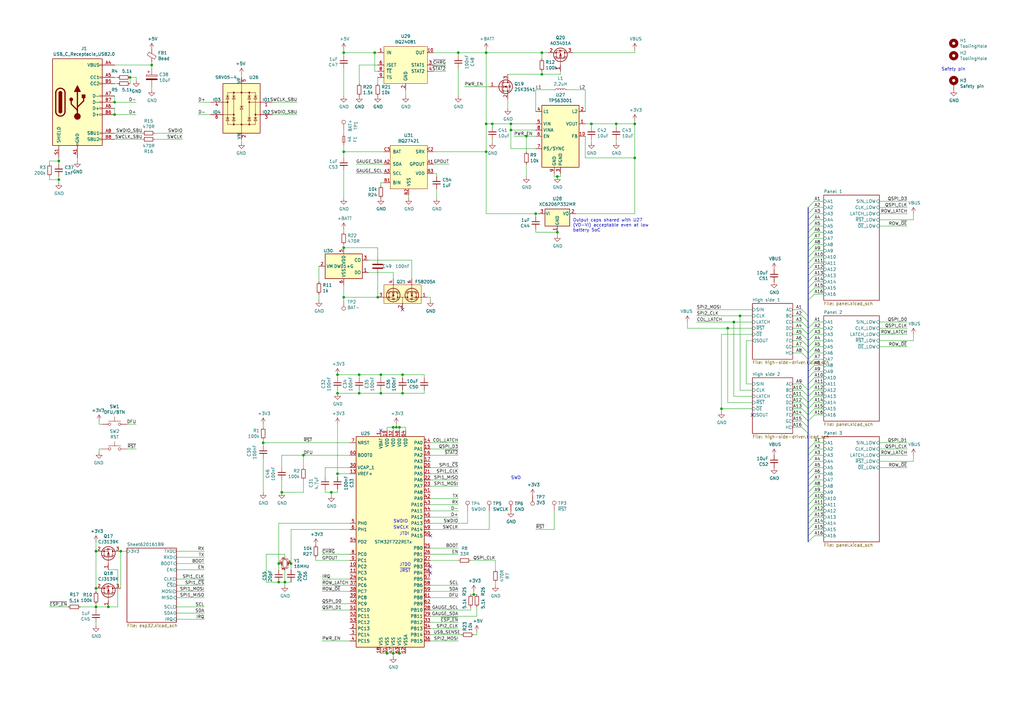
<source format=kicad_sch>
(kicad_sch (version 20211123) (generator eeschema)
  (paper "A3")
  (title_block (title "48x16 RGB LED Nametag") (date "2022-01-15") (rev "1.1"))
  (junction (at 222.25 30.48))
  (junction (at 115.57 201.93))
  (junction (at 187.96 21.59))
  (junction (at 39.37 241.3))
  (junction (at 222.25 21.59))
  (junction (at 39.37 248.92))
  (junction (at 53.34 31.75))
  (junction (at 219.71 87.63))
  (junction (at 107.95 181.61))
  (junction (at 201.93 50.8))
  (junction (at 147.32 153.67))
  (junction (at 24.13 73.66))
  (junction (at 165.1 153.67))
  (junction (at 199.39 21.59))
  (junction (at 44.45 248.92))
  (junction (at 49.53 226.06))
  (junction (at 199.39 62.23))
  (junction (at 209.55 53.34))
  (junction (at 228.6 95.25))
  (junction (at 242.57 50.8))
  (junction (at 140.97 62.23))
  (junction (at 161.29 267.97))
  (junction (at 138.43 194.31))
  (junction (at 163.83 267.97))
  (junction (at 162.56 175.26))
  (junction (at 147.32 161.29))
  (junction (at 62.23 26.67))
  (junction (at 124.46 186.69))
  (junction (at 154.94 121.92))
  (junction (at 228.6 72.39))
  (junction (at 209.55 50.8))
  (junction (at 156.21 161.29))
  (junction (at 252.73 50.8))
  (junction (at 156.21 153.67))
  (junction (at 138.43 161.29))
  (junction (at 114.3 231.14))
  (junction (at 140.97 121.92))
  (junction (at 116.84 238.76))
  (junction (at 158.75 267.97))
  (junction (at 114.3 238.76))
  (junction (at 140.97 21.59))
  (junction (at 135.89 201.93))
  (junction (at 215.9 55.88))
  (junction (at 119.38 231.14))
  (junction (at 161.29 175.26))
  (junction (at 300.99 132.08))
  (junction (at 39.37 226.06))
  (junction (at 46.99 41.91))
  (junction (at 194.31 243.84))
  (junction (at 303.53 129.54))
  (junction (at 153.67 21.59))
  (junction (at 163.83 175.26))
  (junction (at 165.1 161.29))
  (junction (at 46.99 46.99))
  (junction (at 260.35 64.77))
  (junction (at 199.39 50.8))
  (junction (at 295.91 167.64))
  (junction (at 298.45 134.62))
  (junction (at 140.97 101.6))
  (junction (at 24.13 66.04))
  (junction (at 138.43 153.67))
  (junction (at 260.35 50.8))
  (no_connect (at 165.1 127))
  (no_connect (at 176.53 234.95))
  (no_connect (at 156.21 176.53))
  (no_connect (at 176.53 232.41))
  (no_connect (at 176.53 219.71))
  (no_connect (at 308.61 170.18))
  (bus_entry (at 331.47 105.41) (size 2.54 -2.54))
  (bus_entry (at 331.47 207.01) (size 2.54 -2.54))
  (bus_entry (at 331.47 170.18) (size -2.54 -2.54))
  (bus_entry (at 331.47 97.79) (size 2.54 -2.54))
  (bus_entry (at 331.47 142.24) (size 2.54 -2.54))
  (bus_entry (at 331.47 102.87) (size 2.54 -2.54))
  (bus_entry (at 331.47 162.56) (size -2.54 -2.54))
  (bus_entry (at 331.47 184.15) (size 2.54 -2.54))
  (bus_entry (at 331.47 107.95) (size 2.54 -2.54))
  (bus_entry (at 331.47 172.72) (size 2.54 -2.54))
  (bus_entry (at 331.47 199.39) (size 2.54 -2.54))
  (bus_entry (at 331.47 217.17) (size 2.54 -2.54))
  (bus_entry (at 331.47 90.17) (size 2.54 -2.54))
  (bus_entry (at 331.47 160.02) (size 2.54 -2.54))
  (bus_entry (at 331.47 214.63) (size 2.54 -2.54))
  (bus_entry (at 331.47 175.26) (size -2.54 -2.54))
  (bus_entry (at 331.47 172.72) (size -2.54 -2.54))
  (bus_entry (at 331.47 118.11) (size 2.54 -2.54))
  (bus_entry (at 331.47 162.56) (size 2.54 -2.54))
  (bus_entry (at 331.47 87.63) (size 2.54 -2.54))
  (bus_entry (at 331.47 137.16) (size -2.54 -2.54))
  (bus_entry (at 331.47 186.69) (size 2.54 -2.54))
  (bus_entry (at 331.47 196.85) (size 2.54 -2.54))
  (bus_entry (at 331.47 120.65) (size 2.54 -2.54))
  (bus_entry (at 331.47 147.32) (size -2.54 -2.54))
  (bus_entry (at 331.47 177.8) (size -2.54 -2.54))
  (bus_entry (at 331.47 100.33) (size 2.54 -2.54))
  (bus_entry (at 331.47 139.7) (size 2.54 -2.54))
  (bus_entry (at 331.47 142.24) (size -2.54 -2.54))
  (bus_entry (at 331.47 170.18) (size 2.54 -2.54))
  (bus_entry (at 331.47 194.31) (size 2.54 -2.54))
  (bus_entry (at 331.47 115.57) (size 2.54 -2.54))
  (bus_entry (at 331.47 167.64) (size -2.54 -2.54))
  (bus_entry (at 331.47 95.25) (size 2.54 -2.54))
  (bus_entry (at 331.47 144.78) (size -2.54 -2.54))
  (bus_entry (at 331.47 110.49) (size 2.54 -2.54))
  (bus_entry (at 331.47 165.1) (size -2.54 -2.54))
  (bus_entry (at 331.47 160.02) (size -2.54 -2.54))
  (bus_entry (at 331.47 157.48) (size 2.54 -2.54))
  (bus_entry (at 331.47 137.16) (size 2.54 -2.54))
  (bus_entry (at 331.47 134.62) (size 2.54 -2.54))
  (bus_entry (at 331.47 209.55) (size 2.54 -2.54))
  (bus_entry (at 331.47 132.08) (size -2.54 -2.54))
  (bus_entry (at 331.47 147.32) (size 2.54 -2.54))
  (bus_entry (at 331.47 139.7) (size -2.54 -2.54))
  (bus_entry (at 331.47 167.64) (size 2.54 -2.54))
  (bus_entry (at 331.47 222.25) (size 2.54 -2.54))
  (bus_entry (at 331.47 191.77) (size 2.54 -2.54))
  (bus_entry (at 331.47 85.09) (size 2.54 -2.54))
  (bus_entry (at 331.47 219.71) (size 2.54 -2.54))
  (bus_entry (at 331.47 123.19) (size 2.54 -2.54))
  (bus_entry (at 331.47 134.62) (size -2.54 -2.54))
  (bus_entry (at 331.47 92.71) (size 2.54 -2.54))
  (bus_entry (at 331.47 113.03) (size 2.54 -2.54))
  (bus_entry (at 331.47 204.47) (size 2.54 -2.54))
  (bus_entry (at 331.47 149.86) (size 2.54 -2.54))
  (bus_entry (at 331.47 165.1) (size 2.54 -2.54))
  (bus_entry (at 331.47 152.4) (size 2.54 -2.54))
  (bus_entry (at 331.47 212.09) (size 2.54 -2.54))
  (bus_entry (at 331.47 129.54) (size -2.54 -2.54))
  (bus_entry (at 331.47 201.93) (size 2.54 -2.54))
  (bus_entry (at 331.47 144.78) (size 2.54 -2.54))
  (bus_entry (at 331.47 189.23) (size 2.54 -2.54))
  (bus_entry (at 331.47 154.94) (size 2.54 -2.54))
  (wire (pts (xy 156.21 154.94) (xy 156.21 153.67)))
  (wire (pts (xy 161.29 175.26) (xy 161.29 176.53)))
  (wire (pts (xy 130.81 109.22) (xy 130.81 115.57)))
  (wire (pts (xy 176.53 186.69) (xy 187.96 186.69)))
  (wire (pts (xy 308.61 139.7) (xy 306.07 139.7)))
  (wire (pts (xy 374.65 186.69) (xy 374.65 189.23)))
  (wire (pts (xy 116.84 238.76) (xy 114.3 238.76)))
  (wire (pts (xy 242.57 52.07) (xy 242.57 50.8)))
  (wire (pts (xy 115.57 186.69) (xy 115.57 191.77)))
  (bus (pts (xy 331.47 123.19) (xy 331.47 129.54)))
  (wire (pts (xy 154.94 101.6) (xy 154.94 105.41)))
  (wire (pts (xy 40.64 173.99) (xy 41.91 173.99)))
  (wire (pts (xy 360.68 137.16) (xy 372.11 137.16)))
  (wire (pts (xy 337.82 207.01) (xy 334.01 207.01)))
  (wire (pts (xy 215.9 72.39) (xy 215.9 67.31)))
  (wire (pts (xy 240.03 64.77) (xy 260.35 64.77)))
  (wire (pts (xy 190.5 35.56) (xy 200.66 35.56)))
  (wire (pts (xy 119.38 231.14) (xy 119.38 217.17)))
  (wire (pts (xy 138.43 194.31) (xy 138.43 195.58)))
  (wire (pts (xy 72.39 248.92) (xy 83.82 248.92)))
  (wire (pts (xy 337.82 142.24) (xy 334.01 142.24)))
  (wire (pts (xy 374.65 87.63) (xy 374.65 90.17)))
  (wire (pts (xy 165.1 161.29) (xy 165.1 160.02)))
  (wire (pts (xy 116.84 233.68) (xy 116.84 238.76)))
  (wire (pts (xy 325.12 129.54) (xy 328.93 129.54)))
  (wire (pts (xy 325.12 134.62) (xy 328.93 134.62)))
  (wire (pts (xy 72.39 231.14) (xy 83.82 231.14)))
  (wire (pts (xy 39.37 242.57) (xy 39.37 241.3)))
  (wire (pts (xy 176.53 184.15) (xy 187.96 184.15)))
  (wire (pts (xy 285.75 129.54) (xy 303.53 129.54)))
  (wire (pts (xy 177.8 71.12) (xy 179.07 71.12)))
  (wire (pts (xy 133.35 201.93) (xy 135.89 201.93)))
  (wire (pts (xy 260.35 21.59) (xy 260.35 20.32)))
  (wire (pts (xy 62.23 25.4) (xy 62.23 26.67)))
  (wire (pts (xy 337.82 87.63) (xy 334.01 87.63)))
  (bus (pts (xy 331.47 134.62) (xy 331.47 137.16)))
  (wire (pts (xy 48.26 31.75) (xy 46.99 31.75)))
  (wire (pts (xy 124.46 186.69) (xy 124.46 191.77)))
  (wire (pts (xy 138.43 153.67) (xy 147.32 153.67)))
  (bus (pts (xy 331.47 120.65) (xy 331.47 123.19)))
  (bus (pts (xy 331.47 144.78) (xy 331.47 147.32)))
  (wire (pts (xy 176.53 212.09) (xy 187.96 212.09)))
  (wire (pts (xy 173.99 161.29) (xy 173.99 160.02)))
  (wire (pts (xy 147.32 26.67) (xy 147.32 34.29)))
  (wire (pts (xy 337.82 110.49) (xy 334.01 110.49)))
  (wire (pts (xy 222.25 24.13) (xy 222.25 21.59)))
  (wire (pts (xy 72.39 251.46) (xy 83.82 251.46)))
  (wire (pts (xy 107.95 173.99) (xy 107.95 175.26)))
  (bus (pts (xy 331.47 118.11) (xy 331.47 120.65)))
  (bus (pts (xy 331.47 194.31) (xy 331.47 196.85)))
  (wire (pts (xy 325.12 132.08) (xy 328.93 132.08)))
  (wire (pts (xy 201.93 50.8) (xy 201.93 52.07)))
  (wire (pts (xy 195.58 259.08) (xy 195.58 260.35)))
  (wire (pts (xy 173.99 153.67) (xy 173.99 154.94)))
  (wire (pts (xy 374.65 137.16) (xy 374.65 139.7)))
  (wire (pts (xy 72.39 254) (xy 83.82 254)))
  (wire (pts (xy 303.53 129.54) (xy 303.53 160.02)))
  (wire (pts (xy 176.53 121.92) (xy 175.26 121.92)))
  (wire (pts (xy 154.94 121.92) (xy 140.97 121.92)))
  (wire (pts (xy 133.35 191.77) (xy 133.35 195.58)))
  (wire (pts (xy 176.53 199.39) (xy 187.96 199.39)))
  (wire (pts (xy 337.82 209.55) (xy 334.01 209.55)))
  (bus (pts (xy 331.47 165.1) (xy 331.47 167.64)))
  (wire (pts (xy 147.32 153.67) (xy 156.21 153.67)))
  (wire (pts (xy 219.71 93.98) (xy 219.71 95.25)))
  (wire (pts (xy 227.33 36.83) (xy 219.71 36.83)))
  (wire (pts (xy 360.68 191.77) (xy 372.11 191.77)))
  (wire (pts (xy 40.64 184.15) (xy 41.91 184.15)))
  (wire (pts (xy 143.51 237.49) (xy 132.08 237.49)))
  (wire (pts (xy 337.82 100.33) (xy 334.01 100.33)))
  (bus (pts (xy 331.47 204.47) (xy 331.47 207.01)))
  (wire (pts (xy 209.55 50.8) (xy 219.71 50.8)))
  (bus (pts (xy 331.47 139.7) (xy 331.47 142.24)))
  (wire (pts (xy 115.57 196.85) (xy 115.57 201.93)))
  (wire (pts (xy 176.53 194.31) (xy 187.96 194.31)))
  (wire (pts (xy 39.37 250.19) (xy 39.37 248.92)))
  (wire (pts (xy 360.68 181.61) (xy 372.11 181.61)))
  (wire (pts (xy 46.99 39.37) (xy 46.99 41.91)))
  (wire (pts (xy 143.51 194.31) (xy 138.43 194.31)))
  (wire (pts (xy 208.28 40.64) (xy 208.28 44.45)))
  (wire (pts (xy 177.8 29.21) (xy 182.88 29.21)))
  (wire (pts (xy 227.33 71.12) (xy 227.33 72.39)))
  (wire (pts (xy 140.97 123.19) (xy 140.97 121.92)))
  (wire (pts (xy 177.8 62.23) (xy 199.39 62.23)))
  (wire (pts (xy 176.53 255.27) (xy 187.96 255.27)))
  (wire (pts (xy 109.22 227.33) (xy 109.22 238.76)))
  (wire (pts (xy 337.82 113.03) (xy 334.01 113.03)))
  (wire (pts (xy 360.68 87.63) (xy 372.11 87.63)))
  (wire (pts (xy 55.88 184.15) (xy 52.07 184.15)))
  (wire (pts (xy 295.91 137.16) (xy 295.91 167.64)))
  (wire (pts (xy 360.68 134.62) (xy 372.11 134.62)))
  (wire (pts (xy 153.67 29.21) (xy 153.67 21.59)))
  (wire (pts (xy 187.96 21.59) (xy 199.39 21.59)))
  (wire (pts (xy 325.12 170.18) (xy 328.93 170.18)))
  (wire (pts (xy 199.39 21.59) (xy 222.25 21.59)))
  (wire (pts (xy 162.56 173.99) (xy 162.56 175.26)))
  (wire (pts (xy 176.53 227.33) (xy 187.96 227.33)))
  (bus (pts (xy 331.47 142.24) (xy 331.47 144.78)))
  (wire (pts (xy 116.84 227.33) (xy 109.22 227.33)))
  (wire (pts (xy 176.53 250.19) (xy 193.04 250.19)))
  (wire (pts (xy 209.55 53.34) (xy 209.55 60.96)))
  (wire (pts (xy 224.79 21.59) (xy 222.25 21.59)))
  (wire (pts (xy 337.82 157.48) (xy 334.01 157.48)))
  (wire (pts (xy 200.66 217.17) (xy 200.66 209.55)))
  (wire (pts (xy 325.12 167.64) (xy 328.93 167.64)))
  (wire (pts (xy 325.12 160.02) (xy 328.93 160.02)))
  (wire (pts (xy 138.43 200.66) (xy 138.43 201.93)))
  (wire (pts (xy 135.89 203.2) (xy 135.89 201.93)))
  (wire (pts (xy 46.99 41.91) (xy 55.88 41.91)))
  (wire (pts (xy 325.12 157.48) (xy 328.93 157.48)))
  (wire (pts (xy 242.57 58.42) (xy 242.57 57.15)))
  (wire (pts (xy 187.96 39.37) (xy 187.96 27.94)))
  (bus (pts (xy 331.47 105.41) (xy 331.47 107.95)))
  (wire (pts (xy 158.75 267.97) (xy 161.29 267.97)))
  (wire (pts (xy 158.75 176.53) (xy 158.75 175.26)))
  (wire (pts (xy 176.53 217.17) (xy 200.66 217.17)))
  (wire (pts (xy 295.91 168.91) (xy 295.91 167.64)))
  (wire (pts (xy 199.39 62.23) (xy 199.39 87.63)))
  (wire (pts (xy 39.37 247.65) (xy 39.37 248.92)))
  (wire (pts (xy 143.51 214.63) (xy 114.3 214.63)))
  (wire (pts (xy 360.68 142.24) (xy 372.11 142.24)))
  (wire (pts (xy 140.97 20.32) (xy 140.97 21.59)))
  (wire (pts (xy 53.34 31.75) (xy 55.88 31.75)))
  (wire (pts (xy 209.55 60.96) (xy 219.71 60.96)))
  (wire (pts (xy 325.12 175.26) (xy 328.93 175.26)))
  (wire (pts (xy 39.37 256.54) (xy 39.37 255.27)))
  (wire (pts (xy 115.57 201.93) (xy 124.46 201.93)))
  (wire (pts (xy 298.45 165.1) (xy 308.61 165.1)))
  (wire (pts (xy 337.82 90.17) (xy 334.01 90.17)))
  (bus (pts (xy 331.47 184.15) (xy 331.47 186.69)))
  (wire (pts (xy 252.73 58.42) (xy 252.73 57.15)))
  (wire (pts (xy 360.68 132.08) (xy 372.11 132.08)))
  (wire (pts (xy 162.56 175.26) (xy 163.83 175.26)))
  (wire (pts (xy 222.25 29.21) (xy 222.25 30.48)))
  (bus (pts (xy 331.47 217.17) (xy 331.47 219.71)))
  (wire (pts (xy 138.43 161.29) (xy 138.43 160.02)))
  (wire (pts (xy 107.95 181.61) (xy 107.95 182.88)))
  (wire (pts (xy 154.94 29.21) (xy 153.67 29.21)))
  (wire (pts (xy 86.36 41.91) (xy 81.28 41.91)))
  (wire (pts (xy 191.77 209.55) (xy 191.77 214.63)))
  (bus (pts (xy 331.47 152.4) (xy 331.47 154.94)))
  (wire (pts (xy 215.9 55.88) (xy 219.71 55.88)))
  (wire (pts (xy 55.88 31.75) (xy 55.88 33.02)))
  (wire (pts (xy 24.13 73.66) (xy 24.13 72.39)))
  (wire (pts (xy 143.51 240.03) (xy 132.08 240.03)))
  (wire (pts (xy 33.02 248.92) (xy 39.37 248.92)))
  (wire (pts (xy 140.97 93.98) (xy 140.97 95.25)))
  (wire (pts (xy 337.82 85.09) (xy 334.01 85.09)))
  (wire (pts (xy 140.97 121.92) (xy 140.97 116.84)))
  (wire (pts (xy 176.53 209.55) (xy 187.96 209.55)))
  (wire (pts (xy 72.39 226.06) (xy 83.82 226.06)))
  (wire (pts (xy 300.99 162.56) (xy 308.61 162.56)))
  (wire (pts (xy 201.93 58.42) (xy 201.93 57.15)))
  (wire (pts (xy 109.22 238.76) (xy 114.3 238.76)))
  (wire (pts (xy 168.91 106.68) (xy 168.91 114.3)))
  (wire (pts (xy 337.82 82.55) (xy 334.01 82.55)))
  (wire (pts (xy 62.23 27.94) (xy 62.23 26.67)))
  (bus (pts (xy 331.47 186.69) (xy 331.47 189.23)))
  (bus (pts (xy 331.47 132.08) (xy 331.47 134.62)))
  (wire (pts (xy 228.6 96.52) (xy 228.6 95.25)))
  (wire (pts (xy 210.82 55.88) (xy 215.9 55.88)))
  (wire (pts (xy 229.87 72.39) (xy 228.6 72.39)))
  (wire (pts (xy 39.37 248.92) (xy 44.45 248.92)))
  (wire (pts (xy 252.73 50.8) (xy 252.73 52.07)))
  (bus (pts (xy 331.47 209.55) (xy 331.47 212.09)))
  (wire (pts (xy 176.53 252.73) (xy 195.58 252.73)))
  (wire (pts (xy 285.75 127) (xy 308.61 127)))
  (wire (pts (xy 194.31 243.84) (xy 195.58 243.84)))
  (wire (pts (xy 219.71 87.63) (xy 199.39 87.63)))
  (wire (pts (xy 151.13 111.76) (xy 161.29 111.76)))
  (wire (pts (xy 325.12 144.78) (xy 328.93 144.78)))
  (wire (pts (xy 232.41 36.83) (xy 240.03 36.83)))
  (wire (pts (xy 166.37 36.83) (xy 166.37 39.37)))
  (bus (pts (xy 331.47 162.56) (xy 331.47 165.1)))
  (wire (pts (xy 177.8 21.59) (xy 187.96 21.59)))
  (wire (pts (xy 360.68 92.71) (xy 372.11 92.71)))
  (wire (pts (xy 163.83 175.26) (xy 166.37 175.26)))
  (wire (pts (xy 203.2 229.87) (xy 203.2 233.68)))
  (wire (pts (xy 99.06 58.42) (xy 99.06 57.15)))
  (bus (pts (xy 331.47 157.48) (xy 331.47 160.02)))
  (wire (pts (xy 119.38 217.17) (xy 143.51 217.17)))
  (wire (pts (xy 176.53 242.57) (xy 187.96 242.57)))
  (bus (pts (xy 331.47 102.87) (xy 331.47 105.41)))
  (wire (pts (xy 219.71 88.9) (xy 219.71 87.63)))
  (bus (pts (xy 331.47 92.71) (xy 331.47 95.25)))
  (wire (pts (xy 154.94 113.03) (xy 154.94 121.92)))
  (wire (pts (xy 46.99 44.45) (xy 46.99 46.99)))
  (bus (pts (xy 331.47 147.32) (xy 331.47 149.86)))
  (wire (pts (xy 55.88 173.99) (xy 52.07 173.99)))
  (wire (pts (xy 337.82 165.1) (xy 334.01 165.1)))
  (wire (pts (xy 157.48 74.93) (xy 156.21 74.93)))
  (wire (pts (xy 140.97 62.23) (xy 140.97 64.77)))
  (wire (pts (xy 215.9 55.88) (xy 215.9 62.23)))
  (wire (pts (xy 337.82 118.11) (xy 334.01 118.11)))
  (wire (pts (xy 182.88 26.67) (xy 177.8 26.67)))
  (wire (pts (xy 337.82 137.16) (xy 334.01 137.16)))
  (wire (pts (xy 53.34 34.29) (xy 53.34 31.75)))
  (wire (pts (xy 234.95 21.59) (xy 260.35 21.59)))
  (wire (pts (xy 140.97 62.23) (xy 157.48 62.23)))
  (wire (pts (xy 337.82 160.02) (xy 334.01 160.02)))
  (wire (pts (xy 281.94 132.08) (xy 281.94 134.62)))
  (wire (pts (xy 308.61 129.54) (xy 303.53 129.54)))
  (wire (pts (xy 300.99 132.08) (xy 300.99 162.56)))
  (wire (pts (xy 116.84 228.6) (xy 116.84 227.33)))
  (wire (pts (xy 176.53 207.01) (xy 187.96 207.01)))
  (wire (pts (xy 48.26 233.68) (xy 48.26 248.92)))
  (bus (pts (xy 331.47 189.23) (xy 331.47 191.77)))
  (wire (pts (xy 337.82 170.18) (xy 334.01 170.18)))
  (wire (pts (xy 154.94 34.29) (xy 154.94 31.75)))
  (wire (pts (xy 129.54 229.87) (xy 129.54 228.6)))
  (wire (pts (xy 20.32 248.92) (xy 27.94 248.92)))
  (bus (pts (xy 331.47 85.09) (xy 331.47 87.63)))
  (wire (pts (xy 20.32 72.39) (xy 20.32 73.66)))
  (wire (pts (xy 163.83 175.26) (xy 163.83 176.53)))
  (wire (pts (xy 72.39 240.03) (xy 83.82 240.03)))
  (wire (pts (xy 147.32 161.29) (xy 147.32 160.02)))
  (wire (pts (xy 161.29 111.76) (xy 161.29 114.3)))
  (wire (pts (xy 119.38 233.68) (xy 119.38 231.14)))
  (wire (pts (xy 337.82 120.65) (xy 334.01 120.65)))
  (wire (pts (xy 140.97 53.34) (xy 140.97 54.61)))
  (wire (pts (xy 219.71 217.17) (xy 227.33 217.17)))
  (bus (pts (xy 331.47 219.71) (xy 331.47 222.25)))
  (wire (pts (xy 306.07 157.48) (xy 308.61 157.48)))
  (wire (pts (xy 360.68 139.7) (xy 374.65 139.7)))
  (wire (pts (xy 360.68 184.15) (xy 372.11 184.15)))
  (wire (pts (xy 337.82 97.79) (xy 334.01 97.79)))
  (wire (pts (xy 209.55 53.34) (xy 219.71 53.34)))
  (wire (pts (xy 360.68 82.55) (xy 372.11 82.55)))
  (wire (pts (xy 203.2 238.76) (xy 203.2 240.03)))
  (wire (pts (xy 116.84 238.76) (xy 119.38 238.76)))
  (bus (pts (xy 331.47 115.57) (xy 331.47 118.11)))
  (wire (pts (xy 156.21 267.97) (xy 158.75 267.97)))
  (wire (pts (xy 121.92 46.99) (xy 111.76 46.99)))
  (wire (pts (xy 154.94 26.67) (xy 147.32 26.67)))
  (wire (pts (xy 156.21 161.29) (xy 156.21 160.02)))
  (wire (pts (xy 62.23 36.83) (xy 62.23 35.56)))
  (wire (pts (xy 242.57 50.8) (xy 252.73 50.8)))
  (wire (pts (xy 240.03 55.88) (xy 240.03 64.77)))
  (wire (pts (xy 176.53 123.19) (xy 176.53 121.92)))
  (wire (pts (xy 337.82 134.62) (xy 334.01 134.62)))
  (wire (pts (xy 63.5 54.61) (xy 74.93 54.61)))
  (bus (pts (xy 331.47 177.8) (xy 331.47 184.15)))
  (wire (pts (xy 298.45 134.62) (xy 298.45 165.1)))
  (bus (pts (xy 331.47 214.63) (xy 331.47 217.17)))
  (wire (pts (xy 308.61 137.16) (xy 295.91 137.16)))
  (wire (pts (xy 227.33 72.39) (xy 228.6 72.39)))
  (wire (pts (xy 303.53 160.02) (xy 308.61 160.02)))
  (bus (pts (xy 331.47 199.39) (xy 331.47 201.93)))
  (bus (pts (xy 331.47 212.09) (xy 331.47 214.63)))
  (bus (pts (xy 331.47 207.01) (xy 331.47 209.55)))
  (wire (pts (xy 300.99 132.08) (xy 285.75 132.08)))
  (wire (pts (xy 161.29 267.97) (xy 163.83 267.97)))
  (wire (pts (xy 107.95 180.34) (xy 107.95 181.61)))
  (wire (pts (xy 337.82 194.31) (xy 334.01 194.31)))
  (wire (pts (xy 337.82 184.15) (xy 334.01 184.15)))
  (wire (pts (xy 260.35 64.77) (xy 260.35 50.8)))
  (bus (pts (xy 331.47 172.72) (xy 331.47 175.26)))
  (wire (pts (xy 176.53 204.47) (xy 187.96 204.47)))
  (wire (pts (xy 337.82 92.71) (xy 334.01 92.71)))
  (wire (pts (xy 337.82 105.41) (xy 334.01 105.41)))
  (wire (pts (xy 140.97 59.69) (xy 140.97 62.23)))
  (wire (pts (xy 46.99 54.61) (xy 58.42 54.61)))
  (wire (pts (xy 176.53 229.87) (xy 187.96 229.87)))
  (wire (pts (xy 325.12 137.16) (xy 328.93 137.16)))
  (wire (pts (xy 337.82 102.87) (xy 334.01 102.87)))
  (wire (pts (xy 39.37 222.25) (xy 39.37 226.06)))
  (wire (pts (xy 179.07 81.28) (xy 179.07 77.47)))
  (wire (pts (xy 229.87 29.21) (xy 229.87 30.48)))
  (wire (pts (xy 193.04 229.87) (xy 203.2 229.87)))
  (wire (pts (xy 240.03 50.8) (xy 242.57 50.8)))
  (bus (pts (xy 331.47 129.54) (xy 331.47 132.08)))
  (wire (pts (xy 337.82 199.39) (xy 334.01 199.39)))
  (wire (pts (xy 130.81 120.65) (xy 130.81 123.19)))
  (wire (pts (xy 151.13 106.68) (xy 168.91 106.68)))
  (wire (pts (xy 146.05 67.31) (xy 157.48 67.31)))
  (wire (pts (xy 161.29 269.24) (xy 161.29 267.97)))
  (wire (pts (xy 156.21 74.93) (xy 156.21 76.2)))
  (wire (pts (xy 138.43 154.94) (xy 138.43 153.67)))
  (wire (pts (xy 140.97 100.33) (xy 140.97 101.6)))
  (wire (pts (xy 229.87 71.12) (xy 229.87 72.39)))
  (wire (pts (xy 199.39 20.32) (xy 199.39 21.59)))
  (wire (pts (xy 360.68 90.17) (xy 374.65 90.17)))
  (wire (pts (xy 49.53 241.3) (xy 49.53 226.06)))
  (wire (pts (xy 260.35 50.8) (xy 252.73 50.8)))
  (wire (pts (xy 260.35 49.53) (xy 260.35 50.8)))
  (wire (pts (xy 337.82 204.47) (xy 334.01 204.47)))
  (wire (pts (xy 40.64 185.42) (xy 40.64 184.15)))
  (wire (pts (xy 132.08 247.65) (xy 143.51 247.65)))
  (wire (pts (xy 337.82 107.95) (xy 334.01 107.95)))
  (wire (pts (xy 72.39 237.49) (xy 83.82 237.49)))
  (wire (pts (xy 199.39 21.59) (xy 199.39 50.8)))
  (wire (pts (xy 31.75 66.04) (xy 31.75 64.77)))
  (wire (pts (xy 306.07 139.7) (xy 306.07 157.48)))
  (bus (pts (xy 331.47 149.86) (xy 331.47 152.4)))
  (bus (pts (xy 331.47 170.18) (xy 331.47 172.72)))
  (wire (pts (xy 337.82 152.4) (xy 334.01 152.4)))
  (wire (pts (xy 187.96 245.11) (xy 176.53 245.11)))
  (wire (pts (xy 146.05 71.12) (xy 157.48 71.12)))
  (bus (pts (xy 331.47 107.95) (xy 331.47 110.49)))
  (bus (pts (xy 331.47 154.94) (xy 331.47 157.48)))
  (wire (pts (xy 138.43 173.99) (xy 138.43 194.31)))
  (wire (pts (xy 147.32 161.29) (xy 156.21 161.29)))
  (wire (pts (xy 187.96 21.59) (xy 187.96 22.86)))
  (wire (pts (xy 39.37 241.3) (xy 39.37 226.06)))
  (wire (pts (xy 337.82 115.57) (xy 334.01 115.57)))
  (wire (pts (xy 199.39 50.8) (xy 199.39 62.23)))
  (wire (pts (xy 20.32 73.66) (xy 24.13 73.66)))
  (wire (pts (xy 209.55 53.34) (xy 209.55 50.8)))
  (wire (pts (xy 176.53 191.77) (xy 187.96 191.77)))
  (bus (pts (xy 331.47 113.03) (xy 331.47 115.57)))
  (wire (pts (xy 166.37 175.26) (xy 166.37 176.53)))
  (wire (pts (xy 337.82 191.77) (xy 334.01 191.77)))
  (wire (pts (xy 337.82 154.94) (xy 334.01 154.94)))
  (wire (pts (xy 236.22 87.63) (xy 260.35 87.63)))
  (wire (pts (xy 44.45 233.68) (xy 48.26 233.68)))
  (wire (pts (xy 86.36 46.99) (xy 81.28 46.99)))
  (wire (pts (xy 161.29 175.26) (xy 162.56 175.26)))
  (wire (pts (xy 337.82 149.86) (xy 334.01 149.86)))
  (bus (pts (xy 331.47 110.49) (xy 331.47 113.03)))
  (wire (pts (xy 63.5 57.15) (xy 74.93 57.15)))
  (wire (pts (xy 46.99 26.67) (xy 62.23 26.67)))
  (bus (pts (xy 331.47 137.16) (xy 331.47 139.7)))
  (wire (pts (xy 20.32 66.04) (xy 20.32 67.31)))
  (wire (pts (xy 115.57 186.69) (xy 124.46 186.69)))
  (wire (pts (xy 360.68 189.23) (xy 374.65 189.23)))
  (wire (pts (xy 72.39 242.57) (xy 83.82 242.57)))
  (wire (pts (xy 337.82 147.32) (xy 334.01 147.32)))
  (wire (pts (xy 165.1 161.29) (xy 173.99 161.29)))
  (wire (pts (xy 194.31 243.84) (xy 194.31 242.57)))
  (wire (pts (xy 222.25 30.48) (xy 229.87 30.48)))
  (wire (pts (xy 143.51 227.33) (xy 132.08 227.33)))
  (wire (pts (xy 140.97 101.6) (xy 154.94 101.6)))
  (wire (pts (xy 337.82 196.85) (xy 334.01 196.85)))
  (wire (pts (xy 143.51 262.89) (xy 132.08 262.89)))
  (wire (pts (xy 46.99 46.99) (xy 55.88 46.99)))
  (wire (pts (xy 135.89 201.93) (xy 138.43 201.93)))
  (wire (pts (xy 360.68 186.69) (xy 372.11 186.69)))
  (wire (pts (xy 147.32 154.94) (xy 147.32 153.67)))
  (wire (pts (xy 325.12 142.24) (xy 328.93 142.24)))
  (wire (pts (xy 114.3 214.63) (xy 114.3 231.14)))
  (bus (pts (xy 331.47 95.25) (xy 331.47 97.79)))
  (wire (pts (xy 24.13 67.31) (xy 24.13 66.04)))
  (wire (pts (xy 337.82 219.71) (xy 334.01 219.71)))
  (bus (pts (xy 331.47 196.85) (xy 331.47 199.39)))
  (wire (pts (xy 193.04 250.19) (xy 193.04 248.92)))
  (bus (pts (xy 331.47 100.33) (xy 331.47 102.87)))
  (wire (pts (xy 337.82 217.17) (xy 334.01 217.17)))
  (wire (pts (xy 72.39 245.11) (xy 83.82 245.11)))
  (wire (pts (xy 48.26 248.92) (xy 44.45 248.92)))
  (wire (pts (xy 156.21 153.67) (xy 165.1 153.67)))
  (wire (pts (xy 176.53 260.35) (xy 189.23 260.35)))
  (wire (pts (xy 24.13 66.04) (xy 20.32 66.04)))
  (wire (pts (xy 184.15 67.31) (xy 177.8 67.31)))
  (wire (pts (xy 325.12 162.56) (xy 328.93 162.56)))
  (wire (pts (xy 176.53 196.85) (xy 187.96 196.85)))
  (wire (pts (xy 227.33 209.55) (xy 227.33 217.17)))
  (wire (pts (xy 176.53 262.89) (xy 187.96 262.89)))
  (wire (pts (xy 337.82 167.64) (xy 334.01 167.64)))
  (wire (pts (xy 133.35 191.77) (xy 143.51 191.77)))
  (wire (pts (xy 165.1 153.67) (xy 173.99 153.67)))
  (wire (pts (xy 325.12 139.7) (xy 328.93 139.7)))
  (wire (pts (xy 124.46 186.69) (xy 143.51 186.69)))
  (wire (pts (xy 219.71 87.63) (xy 220.98 87.63)))
  (wire (pts (xy 163.83 267.97) (xy 166.37 267.97)))
  (wire (pts (xy 281.94 134.62) (xy 298.45 134.62)))
  (wire (pts (xy 325.12 165.1) (xy 328.93 165.1)))
  (wire (pts (xy 24.13 66.04) (xy 24.13 64.77)))
  (wire (pts (xy 337.82 201.93) (xy 334.01 201.93)))
  (wire (pts (xy 72.39 228.6) (xy 83.82 228.6)))
  (wire (pts (xy 208.28 30.48) (xy 222.25 30.48)))
  (wire (pts (xy 138.43 161.29) (xy 147.32 161.29)))
  (bus (pts (xy 331.47 167.64) (xy 331.47 170.18)))
  (wire (pts (xy 72.39 233.68) (xy 83.82 233.68)))
  (bus (pts (xy 331.47 175.26) (xy 331.47 177.8)))
  (wire (pts (xy 165.1 153.67) (xy 165.1 154.94)))
  (wire (pts (xy 360.68 85.09) (xy 372.11 85.09)))
  (bus (pts (xy 331.47 97.79) (xy 331.47 100.33)))
  (bus (pts (xy 331.47 87.63) (xy 331.47 90.17)))
  (wire (pts (xy 195.58 260.35) (xy 194.31 260.35)))
  (wire (pts (xy 176.53 181.61) (xy 187.96 181.61)))
  (wire (pts (xy 176.53 240.03) (xy 187.96 240.03)))
  (wire (pts (xy 46.99 34.29) (xy 48.26 34.29)))
  (wire (pts (xy 176.53 224.79) (xy 187.96 224.79)))
  (wire (pts (xy 179.07 71.12) (xy 179.07 72.39)))
  (wire (pts (xy 133.35 201.93) (xy 133.35 200.66)))
  (wire (pts (xy 337.82 186.69) (xy 334.01 186.69)))
  (wire (pts (xy 140.97 22.86) (xy 140.97 21.59)))
  (wire (pts (xy 132.08 250.19) (xy 143.51 250.19)))
  (wire (pts (xy 308.61 134.62) (xy 298.45 134.62)))
  (bus (pts (xy 331.47 160.02) (xy 331.47 162.56)))
  (wire (pts (xy 158.75 175.26) (xy 161.29 175.26)))
  (wire (pts (xy 140.97 69.85) (xy 140.97 81.28)))
  (wire (pts (xy 107.95 201.93) (xy 107.95 187.96)))
  (bus (pts (xy 331.47 90.17) (xy 331.47 92.71)))
  (wire (pts (xy 295.91 167.64) (xy 308.61 167.64)))
  (wire (pts (xy 260.35 87.63) (xy 260.35 64.77)))
  (wire (pts (xy 99.06 31.75) (xy 99.06 30.48)))
  (wire (pts (xy 156.21 161.29) (xy 165.1 161.29)))
  (wire (pts (xy 49.53 226.06) (xy 52.07 226.06)))
  (wire (pts (xy 153.67 21.59) (xy 154.94 21.59)))
  (wire (pts (xy 114.3 233.68) (xy 114.3 231.14)))
  (wire (pts (xy 24.13 74.93) (xy 24.13 73.66)))
  (wire (pts (xy 325.12 172.72) (xy 328.93 172.72)))
  (wire (pts (xy 124.46 196.85) (xy 124.46 201.93)))
  (wire (pts (xy 143.51 242.57) (xy 132.08 242.57)))
  (wire (pts (xy 46.99 57.15) (xy 58.42 57.15)))
  (wire (pts (xy 337.82 132.08) (xy 334.01 132.08)))
  (wire (pts (xy 240.03 36.83) (xy 240.03 45.72)))
  (wire (pts (xy 337.82 214.63) (xy 334.01 214.63)))
  (wire (pts (xy 209.55 50.8) (xy 201.93 50.8)))
  (wire (pts (xy 337.82 181.61) (xy 334.01 181.61)))
  (wire (pts (xy 193.04 243.84) (xy 194.31 243.84)))
  (wire (pts (xy 40.64 172.72) (xy 40.64 173.99)))
  (wire (pts (xy 337.82 144.78) (xy 334.01 144.78)))
  (bus (pts (xy 331.47 201.93) (xy 331.47 204.47)))
  (wire (pts (xy 337.82 189.23) (xy 334.01 189.23)))
  (wire (pts (xy 140.97 27.94) (xy 140.97 39.37)))
  (wire (pts (xy 167.64 81.28) (xy 167.64 80.01)))
  (wire (pts (xy 337.82 139.7) (xy 334.01 139.7)))
  (wire (pts (xy 199.39 50.8) (xy 201.93 50.8)))
  (wire (pts (xy 176.53 257.81) (xy 187.96 257.81)))
  (wire (pts (xy 107.95 181.61) (xy 143.51 181.61)))
  (bus (pts (xy 331.47 191.77) (xy 331.47 194.31)))
  (wire (pts (xy 219.71 95.25) (xy 228.6 95.25)))
  (wire (pts (xy 337.82 162.56) (xy 334.01 162.56)))
  (wire (pts (xy 116.84 240.03) (xy 116.84 238.76)))
  (wire (pts (xy 176.53 214.63) (xy 191.77 214.63)))
  (wire (pts (xy 195.58 252.73) (xy 195.58 248.92)))
  (wire (pts (xy 325.12 127) (xy 328.93 127)))
  (wire (pts (xy 337.82 95.25) (xy 334.01 95.25)))
  (wire (pts (xy 129.54 229.87) (xy 143.51 229.87)))
  (wire (pts (xy 337.82 212.09) (xy 334.01 212.09)))
  (wire (pts (xy 140.97 21.59) (xy 153.67 21.59)))
  (wire (pts (xy 308.61 132.08) (xy 300.99 132.08)))
  (wire (pts (xy 121.92 41.91) (xy 111.76 41.91)))
  (wire (pts (xy 219.71 36.83) (xy 219.71 45.72)))
  (text "JTDI" (at 163.83 219.71 0) (effects (font (size 1.27 1.27)) (justify left bottom)))
  (text "SWCLK" (at 161.29 217.17 0) (effects (font (size 1.27 1.27)) (justify left bottom)))
  (text "~{JRST}" (at 163.83 234.95 0) (effects (font (size 1.27 1.27)) (justify left bottom)))
  (text "Safety pin" (at 386.08 29.21 0) (effects (font (size 1.27 1.27)) (justify left bottom)))
  (text "SWD" (at 209.55 196.85 0) (effects (font (size 1.27 1.27)) (justify left bottom)))
  (text "SWDIO" (at 161.29 214.63 0) (effects (font (size 1.27 1.27)) (justify left bottom)))
  (text "Output caps shared with U27\n(VO-VI) acceptable even at low\nbattery SoC" (at 234.95 95.25 0) (effects (font (size 1.27 1.27)) (justify left bottom)))
  (text "JTDO" (at 163.83 232.41 0) (effects (font (size 1.27 1.27)) (justify left bottom)))
  (label "A4" (at 334.01 90.17 0))
  (label "QSPI_D3" (at 372.11 82.55 180))
  (label "A3" (at 334.01 87.63 0))
  (label "A2" (at 334.01 85.09 0))
  (label "GPOUT" (at 132.08 229.87 0))
  (label "A16" (at 334.01 219.71 0))
  (label "ROW_~{OE}" (at 132.08 242.57 0))
  (label "QSPI_D0" (at 372.11 132.08 180))
  (label "QSPI_CLK" (at 203.2 229.87 180))
  (label "A15" (at 334.01 167.64 0))
  (label "BOOT" (at 187.96 224.79 180))
  (label "~{STAT2}" (at 182.88 29.21 180))
  (label "BOOT" (at 83.82 231.14 180))
  (label "A7" (at 334.01 97.79 0))
  (label "DFU" (at 187.96 245.11 180))
  (label "A2" (at 334.01 134.62 0))
  (label "GAUGE_SDA" (at 146.05 67.31 0))
  (label "SPI1_CLK" (at 187.96 194.31 180))
  (label "A4" (at 334.01 189.23 0))
  (label "D+" (at 55.88 46.99 180))
  (label "A12" (at 328.93 165.1 180))
  (label "A13" (at 334.01 113.03 0))
  (label "A7" (at 328.93 142.24 180))
  (label "A15" (at 334.01 118.11 0))
  (label "QSPI_D0" (at 132.08 247.65 0))
  (label "ROW_LATCH" (at 372.11 87.63 180))
  (label "A6" (at 334.01 95.25 0))
  (label "A1" (at 334.01 181.61 0))
  (label "SPI2_MOSI" (at 285.75 127 0))
  (label "SWCLK" (at 187.96 217.17 180))
  (label "A12" (at 334.01 160.02 0))
  (label "A13" (at 334.01 162.56 0))
  (label "~{RST}" (at 55.88 184.15 180))
  (label "A5" (at 334.01 191.77 0))
  (label "A15" (at 328.93 172.72 180))
  (label "A1" (at 334.01 82.55 0))
  (label "EN" (at 187.96 227.33 180))
  (label "~{ESP_EN}" (at 20.32 248.92 0))
  (label "A14" (at 334.01 214.63 0))
  (label "SPI1_MOSI" (at 83.82 242.57 180))
  (label "A14" (at 334.01 115.57 0))
  (label "QSPI_D1" (at 132.08 250.19 0))
  (label "A2" (at 334.01 184.15 0))
  (label "A1" (at 334.01 132.08 0))
  (label "SWCLK" (at 74.93 57.15 180))
  (label "GAUGE_SCL" (at 146.05 71.12 0))
  (label "ROW_LATCH" (at 372.11 137.16 180))
  (label "A2" (at 328.93 129.54 180))
  (label "COL_LATCH" (at 187.96 181.61 180))
  (label "SWCLK_SBU" (at 58.42 57.15 180))
  (label "TX" (at 83.82 228.6 180))
  (label "SCL" (at 187.96 240.03 180))
  (label "A6" (at 334.01 144.78 0))
  (label "A10" (at 334.01 204.47 0))
  (label "~{RST}" (at 219.71 217.17 0))
  (label "D+" (at 187.96 212.09 180))
  (label "SDA" (at 83.82 251.46 180))
  (label "A16" (at 334.01 120.65 0))
  (label "~{RST}" (at 124.46 181.61 0))
  (label "IRQ" (at 132.08 237.49 0))
  (label "A16" (at 334.01 170.18 0))
  (label "D+" (at 81.28 41.91 0))
  (label "A14" (at 334.01 165.1 0))
  (label "A14" (at 328.93 170.18 180))
  (label "A15" (at 334.01 217.17 0))
  (label "A9" (at 328.93 157.48 180))
  (label "A6" (at 328.93 139.7 180))
  (label "~{CHRG}" (at 182.88 26.67 180))
  (label "A13" (at 328.93 167.64 180))
  (label "D-" (at 81.28 46.99 0))
  (label "COL_LATCH" (at 285.75 132.08 0))
  (label "RX" (at 83.82 226.06 180))
  (label "D-" (at 187.96 209.55 180))
  (label "A8" (at 334.01 149.86 0))
  (label "SWDIO_SBU" (at 58.42 54.61 180))
  (label "A11" (at 334.01 207.01 0))
  (label "PWR_EN" (at 132.08 262.89 0))
  (label "L2" (at 240.03 36.83 180))
  (label "ROW_LATCH" (at 372.11 186.69 180))
  (label "SPI1_~{CS}" (at 187.96 191.77 180))
  (label "A9" (at 334.01 152.4 0))
  (label "A7" (at 334.01 147.32 0))
  (label "SWCLK_SBU" (at 121.92 41.91 180))
  (label "GPOUT" (at 184.15 67.31 180))
  (label "~{CHRG}" (at 132.08 227.33 0))
  (label "~{STAT2}" (at 187.96 186.69 180))
  (label "ROW_LATCH" (at 132.08 240.03 0))
  (label "EN" (at 83.82 233.68 180))
  (label "A13" (at 334.01 212.09 0))
  (label "QSPI_D1" (at 372.11 181.61 180))
  (label "A8" (at 334.01 199.39 0))
  (label "~{ESP_EN}" (at 187.96 255.27 180))
  (label "A3" (at 328.93 132.08 180))
  (label "IRQ" (at 83.82 254 180))
  (label "A10" (at 334.01 105.41 0))
  (label "A10" (at 334.01 154.94 0))
  (label "D-" (at 55.88 41.91 180))
  (label "QSPI_CLK" (at 372.11 184.15 180))
  (label "A8" (at 334.01 100.33 0))
  (label "TX" (at 187.96 204.47 180))
  (label "SCL" (at 83.82 248.92 180))
  (label "SWDIO_SBU" (at 121.92 46.99 180))
  (label "SPI2_CLK" (at 187.96 257.81 180))
  (label "DFU" (at 124.46 186.69 0))
  (label "ROW_~{OE}" (at 372.11 142.24 180))
  (label "ROW_~{OE}" (at 372.11 191.77 180))
  (label "A5" (at 334.01 92.71 0))
  (label "A11" (at 334.01 157.48 0))
  (label "A5" (at 328.93 137.16 180))
  (label "A6" (at 334.01 194.31 0))
  (label "GAUGE_SCL" (at 187.96 250.19 180))
  (label "QSPI_CLK" (at 372.11 134.62 180))
  (label "RX" (at 187.96 207.01 180))
  (label "A1" (at 328.93 127 180))
  (label "A10" (at 328.93 160.02 180))
  (label "SPI2_MOSI" (at 187.96 262.89 180))
  (label "DFU" (at 55.88 173.99 180))
  (label "SPI1_MISO" (at 83.82 245.11 180))
  (label "GAUGE_SDA" (at 187.96 252.73 180))
  (label "A8" (at 328.93 144.78 180))
  (label "A11" (at 328.93 162.56 180))
  (label "PWR_EN" (at 190.5 35.56 0))
  (label "A9" (at 334.01 102.87 0))
  (label "PWR_EN" (at 210.82 55.88 0))
  (label "SPI1_MISO" (at 187.96 196.85 180))
  (label "A3" (at 334.01 137.16 0))
  (label "SPI1_CLK" (at 83.82 237.49 180))
  (label "A9" (at 334.01 201.93 0))
  (label "SDA" (at 187.96 242.57 180))
  (label "A11" (at 334.01 107.95 0))
  (label "SPI2_CLK" (at 285.75 129.54 0))
  (label "QSPI_CLK" (at 372.11 85.09 180))
  (label "A7" (at 334.01 196.85 0))
  (label "A4" (at 328.93 134.62 180))
  (label "USB_SENSE" (at 177.8 260.35 0))
  (label "SPI1_MOSI" (at 187.96 199.39 180))
  (label "SWDIO" (at 74.93 54.61 180))
  (label "A4" (at 334.01 139.7 0))
  (label "A3" (at 334.01 186.69 0))
  (label "QSPI_D3" (at 187.96 184.15 180))
  (label "SPI1_~{CS}" (at 83.82 240.03 180))
  (label "ROW_~{OE}" (at 372.11 92.71 180))
  (label "SWDIO" (at 187.96 214.63 180))
  (label "A12" (at 334.01 110.49 0))
  (label "L1" (at 219.71 36.83 0))
  (label "A16" (at 328.93 175.26 180))
  (label "A12" (at 334.01 209.55 0))
  (label "A5" (at 334.01 142.24 0))
  (symbol (lib_id "MCU_ST_STM32F7:STM32F722RETx") (at 161.29 222.25 0) (unit 1)
    (property "Reference" "U25" (at 149.86 177.8 0))
    (property "Value" "STM32F722RETx" (at 161.29 222.25 0))
    (property "Footprint" "Package_QFP:LQFP-64_10x10mm_P0.5mm" (effects hide))
    (property "Datasheet" "http://www.st.com/st-web-ui/static/active/en/resource/technical/document/datasheet/DM00330506.pdf" (effects hide))
    (property "LCSC" "C118207" (effects hide))
  )
  (symbol (lib_id "Device:C_Small") (at 133.35 198.12 0)
    (property "Reference" "C31" (at 127.5334 198.12 90))
    (property "Value" "4.7uF" (at 129.8448 198.12 90))
    (property "Footprint" "Capacitor_SMD:C_0402_1005Metric" (effects hide))
    (property "LCSC" "C23733" (effects hide))
  )
  (symbol (lib_id "Device:C_Small") (at 138.43 157.48 0)
    (property "Reference" "C32" (at 132.6134 157.48 90))
    (property "Value" "100nF" (at 134.9248 157.48 90))
    (property "Footprint" "Capacitor_SMD:C_0402_1005Metric" (effects hide))
    (property "LCSC" "C1525" (effects hide))
  )
  (symbol (lib_id "Device:C_Small") (at 147.32 157.48 0)
    (property "Reference" "C34" (at 141.5034 157.48 90))
    (property "Value" "100nF" (at 143.8148 157.48 90))
    (property "Footprint" "Capacitor_SMD:C_0402_1005Metric" (effects hide))
    (property "LCSC" "C1525" (effects hide))
  )
  (symbol (lib_id "Device:C_Small") (at 156.21 157.48 0)
    (property "Reference" "C35" (at 150.3934 157.48 90))
    (property "Value" "100nF" (at 152.7048 157.48 90))
    (property "Footprint" "Capacitor_SMD:C_0402_1005Metric" (effects hide))
    (property "LCSC" "C1525" (effects hide))
  )
  (symbol (lib_id "Device:C_Small") (at 165.1 157.48 0)
    (property "Reference" "C36" (at 159.2834 157.48 90))
    (property "Value" "100nF" (at 161.5948 157.48 90))
    (property "Footprint" "Capacitor_SMD:C_0402_1005Metric" (effects hide))
    (property "LCSC" "C1525" (effects hide))
  )
  (symbol (lib_id "power:+3V3") (at 162.56 173.99 0) (unit 1)
    (property "Reference" "#PWR0166" (effects hide))
    (property "Value" "+3V3" (at 162.941 169.5958 0))
  )
  (symbol (lib_id "power:+3V3") (at 138.43 153.67 0) (unit 1)
    (property "Reference" "#PWR0167" (effects hide))
    (property "Value" "+3V3" (at 138.811 149.2758 0))
  )
  (symbol (lib_id "power:GND") (at 138.43 161.29 0) (unit 1)
    (property "Reference" "#PWR0168" (effects hide))
    (property "Value" "GND" (at 138.557 165.6842 0))
  )
  (symbol (lib_id "Device:R_Small") (at 107.95 177.8 0) (mirror x) (unit 1)
    (property "Reference" "R1" (at 106.4768 176.6316 0) (effects (justify right)))
    (property "Value" "100k" (at 106.4768 178.943 0) (effects (justify right)))
    (property "Footprint" "Resistor_SMD:R_0402_1005Metric" (effects hide))
    (property "LCSC" "C25741" (effects hide))
  )
  (symbol (lib_id "power:+3V3") (at 107.95 173.99 0) (unit 1)
    (property "Reference" "#PWR0169" (effects hide))
    (property "Value" "+3V3" (at 108.331 169.5958 0))
  )
  (symbol (lib_id "power:GND") (at 161.29 269.24 0) (unit 1)
    (property "Reference" "#PWR0170" (effects hide))
    (property "Value" "GND" (at 161.417 273.6342 0))
  )
  (symbol (lib_id "Device:R_Small") (at 124.46 194.31 0) (mirror x) (unit 1)
    (property "Reference" "R2" (at 122.9868 193.1416 0) (effects (justify right)))
    (property "Value" "100k" (at 122.9868 195.453 0) (effects (justify right)))
    (property "Footprint" "Resistor_SMD:R_0402_1005Metric" (effects hide))
    (property "LCSC" "C25741" (effects hide))
  )
  (symbol (lib_id "Device:C_Small") (at 107.95 185.42 0)
    (property "Reference" "C30" (at 102.1334 185.42 90))
    (property "Value" "100nF" (at 104.4448 185.42 90))
    (property "Footprint" "Capacitor_SMD:C_0402_1005Metric" (effects hide))
    (property "LCSC" "C1525" (effects hide))
  )
  (symbol (lib_id "power:GND") (at 107.95 201.93 0) (unit 1)
    (property "Reference" "#PWR0171" (effects hide))
    (property "Value" "GND" (at 108.077 206.3242 0))
  )
  (symbol (lib_id "Device:C_Small") (at 138.43 198.12 180)
    (property "Reference" "C33" (at 144.2466 198.12 90))
    (property "Value" "100nF" (at 141.9352 198.12 90))
    (property "Footprint" "Capacitor_SMD:C_0402_1005Metric" (effects hide))
    (property "LCSC" "C1525" (effects hide))
  )
  (symbol (lib_id "power:+3V3") (at 138.43 173.99 0) (unit 1)
    (property "Reference" "#PWR0172" (effects hide))
    (property "Value" "+3V3" (at 138.811 169.5958 0))
  )
  (symbol (lib_id "power:GND") (at 115.57 201.93 0) (unit 1)
    (property "Reference" "#PWR0173" (effects hide))
    (property "Value" "GND" (at 115.697 206.3242 0))
  )
  (symbol (lib_id "power:GND") (at 135.89 203.2 0) (unit 1)
    (property "Reference" "#PWR0174" (effects hide))
    (property "Value" "GND" (at 136.017 207.5942 0))
  )
  (symbol (lib_id "Connector:USB_C_Receptacle_USB2.0") (at 31.75 41.91 0)
    (property "Reference" "J1" (at 34.4678 19.8882 0))
    (property "Value" "USB_C_Receptacle_USB2.0" (at 34.4678 22.1996 0))
    (property "Footprint" "Connector_USB:USB_C_Receptacle_Palconn_UTC16-G" (effects hide))
    (property "Datasheet" "https://www.usb.org/sites/default/files/documents/usb_type-c.zip" (effects hide))
    (property "LCSC" "C167321" (effects hide))
  )
  (symbol (lib_id "Device:C_Small") (at 119.38 236.22 180)
    (property "Reference" "C56" (at 125.1966 236.22 90))
    (property "Value" "20pF" (at 122.8852 236.22 90))
    (property "Footprint" "Capacitor_SMD:C_0402_1005Metric" (effects hide))
    (property "LCSC" "C1554" (effects hide))
  )
  (symbol (lib_id "Device:Crystal_GND24_Small") (at 116.84 231.14 0) (unit 1)
    (property "Reference" "Y1" (at 120.4976 229.9716 0) (effects (justify left)))
    (property "Value" "16MHz" (at 120.4976 232.283 0) (effects (justify left)))
    (property "Footprint" "Crystal:Crystal_SMD_3225-4Pin_3.2x2.5mm" (effects hide))
    (property "Datasheet" "https://datasheet.lcsc.com/szlcsc/Yangxing-Tech-X322516MLB4SI_C13738.pdf" (effects hide))
    (property "LCSC" "C13738" (effects hide))
  )
  (symbol (lib_id "Device:C_Small") (at 114.3 236.22 0)
    (property "Reference" "C55" (at 108.4834 236.22 90))
    (property "Value" "20pF" (at 110.7948 236.22 90))
    (property "Footprint" "Capacitor_SMD:C_0402_1005Metric" (effects hide))
    (property "LCSC" "C1554" (effects hide))
  )
  (symbol (lib_id "power:GND") (at 116.84 240.03 0) (unit 1)
    (property "Reference" "#PWR0229" (effects hide))
    (property "Value" "GND" (at 116.967 244.4242 0))
  )
  (symbol (lib_id "Power_Protection:SRV05-4") (at 99.06 44.45 0) (mirror y) (unit 1)
    (property "Reference" "U26" (at 104.14 31.75 0))
    (property "Value" "SRV05-4" (at 92.71 31.75 0))
    (property "Footprint" "Package_TO_SOT_SMD:SOT-23-6" (effects hide))
    (property "Datasheet" "http://www.onsemi.com/pub/Collateral/SRV05-4-D.PDF" (effects hide))
    (property "LCSC" "C85364" (effects hide))
  )
  (symbol (lib_id "Device:R_Small") (at 50.8 34.29 270) (mirror x) (unit 1)
    (property "Reference" "R5" (at 46.99 36.83 90))
    (property "Value" "5.1k" (at 52.07 36.83 90))
    (property "Footprint" "Resistor_SMD:R_0402_1005Metric" (effects hide))
    (property "LCSC" "C25905" (effects hide))
  )
  (symbol (lib_id "Device:R_Small") (at 50.8 31.75 90) (mirror x) (unit 1)
    (property "Reference" "R4" (at 46.99 29.21 90))
    (property "Value" "5.1k" (at 52.07 29.21 90))
    (property "Footprint" "Resistor_SMD:R_0402_1005Metric" (effects hide))
    (property "LCSC" "C25905" (effects hide))
  )
  (symbol (lib_id "Mechanical:MountingHole") (at 391.16 17.78 0) (unit 1)
    (property "Reference" "H1" (at 393.7 16.6116 0) (effects (justify left)))
    (property "Value" "ToolingHole" (at 393.7 18.923 0) (effects (justify left)))
    (property "Footprint" "ToolingHole:ToolingHole_JLCSMT" (effects hide))
  )
  (symbol (lib_id "power:GND") (at 55.88 33.02 0) (unit 1)
    (property "Reference" "#PWR0175" (effects hide))
    (property "Value" "GND" (at 56.007 37.4142 0))
  )
  (symbol (lib_id "Mechanical:MountingHole") (at 391.16 22.86 0) (unit 1)
    (property "Reference" "H2" (at 393.7 21.6916 0) (effects (justify left)))
    (property "Value" "ToolingHole" (at 393.7 24.003 0) (effects (justify left)))
    (property "Footprint" "ToolingHole:ToolingHole_JLCSMT" (effects hide))
  )
  (symbol (lib_id "power:GND") (at 31.75 66.04 0) (unit 1)
    (property "Reference" "#PWR0176" (effects hide))
    (property "Value" "GND" (at 31.877 70.4342 0))
  )
  (symbol (lib_id "Device:C_Small") (at 24.13 69.85 180) (unit 1)
    (property "Reference" "C37" (at 26.4668 68.6816 0) (effects (justify right)))
    (property "Value" "1nF" (at 26.4668 70.993 0) (effects (justify right)))
    (property "Footprint" "Capacitor_SMD:C_1206_3216Metric" (effects hide))
    (property "LCSC" "C35216" (effects hide))
  )
  (symbol (lib_id "Device:R_Small") (at 20.32 69.85 0) (mirror x) (unit 1)
    (property "Reference" "R3" (at 18.8468 68.6816 0) (effects (justify right)))
    (property "Value" "200k" (at 18.8468 70.993 0) (effects (justify right)))
    (property "Footprint" "Resistor_SMD:R_0805_2012Metric" (effects hide))
    (property "LCSC" "C17539" (effects hide))
  )
  (symbol (lib_id "power:GND") (at 24.13 74.93 0) (unit 1)
    (property "Reference" "#PWR0177" (effects hide))
    (property "Value" "GND" (at 24.257 79.3242 0))
  )
  (symbol (lib_id "Regulator_Switching:TPS63001") (at 229.87 55.88 0) (unit 1)
    (property "Reference" "U27" (at 229.87 38.9382 0))
    (property "Value" "TPS63001" (at 229.87 41.2496 0))
    (property "Footprint" "Package_SON:Texas_DRC0010J_ThermalVias" (effects hide))
    (property "Datasheet" "http://www.ti.com/lit/ds/symlink/tps63000.pdf" (effects hide))
    (property "LCSC" "C28060" (effects hide))
  )
  (symbol (lib_id "Mechanical:MountingHole_Pad") (at 391.16 34.29 0) (unit 1)
    (property "Reference" "H3" (at 393.7 33.0454 0) (effects (justify left)))
    (property "Value" "Safety pin" (at 393.7 35.3568 0) (effects (justify left)))
    (property "Footprint" "MountingPad:MountingPad_20x5mm" (effects hide))
  )
  (symbol (lib_id "power:GND") (at 391.16 36.83 0) (unit 1)
    (property "Reference" "#PWR0178" (effects hide))
    (property "Value" "GND" (at 391.287 41.2242 0))
  )
  (symbol (lib_id "power:+5V") (at 62.23 20.32 0) (unit 1)
    (property "Reference" "#PWR0179" (effects hide))
    (property "Value" "+5V" (at 62.611 15.9258 0))
  )
  (symbol (lib_id "Device:CP") (at 62.23 31.75 0) (unit 1)
    (property "Reference" "C38" (at 65.2272 30.5816 0) (effects (justify left)))
    (property "Value" "10uF" (at 65.2272 32.893 0) (effects (justify left)))
    (property "Footprint" "Capacitor_Tantalum_SMD:CP_EIA-3216-10_Kemet-I" (effects hide))
    (property "LCSC" "C7171" (effects hide))
  )
  (symbol (lib_id "power:GND") (at 62.23 36.83 0) (unit 1)
    (property "Reference" "#PWR0180" (effects hide))
    (property "Value" "GND" (at 62.357 41.2242 0))
  )
  (symbol (lib_id "Device:Ferrite_Bead_Small") (at 62.23 22.86 0) (unit 1)
    (property "Reference" "FB1" (at 64.77 21.6916 0) (effects (justify left)))
    (property "Value" "Bead" (at 64.77 24.003 0) (effects (justify left)))
    (property "Footprint" "Inductor_SMD:L_0805_2012Metric" (effects hide))
    (property "LCSC" "C1015" (effects hide))
  )
  (symbol (lib_id "Device:R_Small") (at 203.2 236.22 0) (mirror x) (unit 1)
    (property "Reference" "R7" (at 208.1784 236.22 90))
    (property "Value" "470R" (at 205.867 236.22 90))
    (property "Footprint" "Resistor_SMD:R_0402_1005Metric" (effects hide))
    (property "LCSC" "C25117" (effects hide))
  )
  (symbol (lib_id "power:GND") (at 203.2 240.03 0) (unit 1)
    (property "Reference" "#PWR0182" (effects hide))
    (property "Value" "GND" (at 203.327 244.4242 0))
  )
  (symbol (lib_id "Device:R_Small") (at 190.5 229.87 270) (mirror x) (unit 1)
    (property "Reference" "R8" (at 190.5 224.8916 90))
    (property "Value" "33R" (at 190.5 227.203 90))
    (property "Footprint" "Resistor_SMD:R_0402_1005Metric" (effects hide))
    (property "LCSC" "C25105" (effects hide))
  )
  (symbol (lib_id "power:VBUS") (at 374.65 87.63 0) (unit 1)
    (property "Reference" "#PWR0183" (effects hide))
    (property "Value" "VBUS" (at 375.031 83.2358 0))
  )
  (symbol (lib_id "power:VBUS") (at 374.65 137.16 0) (unit 1)
    (property "Reference" "#PWR0184" (effects hide))
    (property "Value" "VBUS" (at 375.031 132.7658 0))
  )
  (symbol (lib_id "power:VBUS") (at 374.65 186.69 0) (unit 1)
    (property "Reference" "#PWR0185" (effects hide))
    (property "Value" "VBUS" (at 375.031 182.2958 0))
  )
  (symbol (lib_id "power:VBUS") (at 281.94 132.08 0) (mirror y) (unit 1)
    (property "Reference" "#PWR0186" (effects hide))
    (property "Value" "VBUS" (at 281.559 127.6858 0))
  )
  (symbol (lib_id "power:GND") (at 295.91 168.91 0) (unit 1)
    (property "Reference" "#PWR0187" (effects hide))
    (property "Value" "GND" (at 296.037 173.3042 0))
  )
  (symbol (lib_id "Device:L_Small") (at 229.87 36.83 90) (unit 1)
    (property "Reference" "L1" (at 229.87 32.131 90))
    (property "Value" "2.2uH" (at 229.87 34.4424 90))
    (property "Footprint" "Inductor_SMD:L_Taiyo-Yuden_MD-3030" (effects hide))
    (property "LCSC" "C43389" (effects hide))
  )
  (symbol (lib_id "Device:C_Small") (at 201.93 54.61 180)
    (property "Reference" "C41" (at 204.2668 53.4416 0) (effects (justify right)))
    (property "Value" "10uF" (at 204.2668 55.753 0) (effects (justify right)))
    (property "Footprint" "Capacitor_SMD:C_0402_1005Metric" (effects hide))
    (property "LCSC" "C15525" (effects hide))
  )
  (symbol (lib_id "power:GND") (at 201.93 58.42 0) (unit 1)
    (property "Reference" "#PWR0188" (effects hide))
    (property "Value" "GND" (at 202.057 62.8142 0))
  )
  (symbol (lib_id "power:GND") (at 228.6 72.39 0) (unit 1)
    (property "Reference" "#PWR0189" (effects hide))
    (property "Value" "GND" (at 228.727 76.7842 0))
  )
  (symbol (lib_id "Device:C_Small") (at 242.57 54.61 180)
    (property "Reference" "C42" (at 244.9068 53.4416 0) (effects (justify right)))
    (property "Value" "10uF" (at 244.9068 55.753 0) (effects (justify right)))
    (property "Footprint" "Capacitor_SMD:C_0402_1005Metric" (effects hide))
    (property "LCSC" "C15525" (effects hide))
  )
  (symbol (lib_id "Device:C_Small") (at 252.73 54.61 180)
    (property "Reference" "C43" (at 255.0668 53.4416 0) (effects (justify right)))
    (property "Value" "10uF" (at 255.0668 55.753 0) (effects (justify right)))
    (property "Footprint" "Capacitor_SMD:C_0402_1005Metric" (effects hide))
    (property "LCSC" "C15525" (effects hide))
  )
  (symbol (lib_id "power:GND") (at 242.57 58.42 0) (unit 1)
    (property "Reference" "#PWR0190" (effects hide))
    (property "Value" "GND" (at 242.697 62.8142 0))
  )
  (symbol (lib_id "power:GND") (at 252.73 58.42 0) (unit 1)
    (property "Reference" "#PWR0191" (effects hide))
    (property "Value" "GND" (at 252.857 62.8142 0))
  )
  (symbol (lib_id "Device:C_Small") (at 219.71 91.44 0)
    (property "Reference" "C44" (at 217.3732 92.6084 0) (effects (justify right)))
    (property "Value" "1uF" (at 217.3732 90.297 0) (effects (justify right)))
    (property "Footprint" "Capacitor_SMD:C_0402_1005Metric" (effects hide))
    (property "LCSC" "C52923" (effects hide))
  )
  (symbol (lib_id "power:GND") (at 228.6 96.52 0) (unit 1)
    (property "Reference" "#PWR0192" (effects hide))
    (property "Value" "GND" (at 228.727 100.9142 0))
  )
  (symbol (lib_id "Device:R_Small") (at 215.9 64.77 0) (mirror y) (unit 1)
    (property "Reference" "R9" (at 217.3986 63.6016 0) (effects (justify right)))
    (property "Value" "10k" (at 217.3986 65.913 0) (effects (justify right)))
    (property "Footprint" "Resistor_SMD:R_0402_1005Metric" (effects hide))
    (property "LCSC" "C25744" (effects hide))
  )
  (symbol (lib_id "power:GND") (at 215.9 72.39 0) (unit 1)
    (property "Reference" "#PWR0193" (effects hide))
    (property "Value" "GND" (at 216.027 76.7842 0))
  )
  (symbol (lib_id "Regulator_Linear:XC6206PxxxMR") (at 228.6 87.63 0) (unit 1)
    (property "Reference" "U28" (at 228.6 81.4832 0))
    (property "Value" "XC6206P332MR" (at 228.6 83.7946 0))
    (property "Footprint" "Package_TO_SOT_SMD:SOT-23" (effects hide))
    (property "Datasheet" "https://www.torexsemi.com/file/xc6206/XC6206.pdf" (effects hide))
    (property "LCSC" "C5446" (effects hide))
  )
  (symbol (lib_id "power:+3V3") (at 260.35 49.53 0) (unit 1)
    (property "Reference" "#PWR0194" (effects hide))
    (property "Value" "+3V3" (at 260.731 45.1358 0))
  )
  (symbol (lib_id "Transistor_FET:BSS84") (at 44.45 228.6 270) (mirror x)
    (property "Reference" "Q17" (at 44.45 219.9132 90))
    (property "Value" "CJ3139K" (at 44.45 222.2246 90))
    (property "Footprint" "Package_TO_SOT_SMD:SOT-723" (effects hide))
    (property "LCSC" "C70022" (effects hide))
  )
  (symbol (lib_id "Transistor_FET:BSS84") (at 44.45 243.84 270) (mirror x)
    (property "Reference" "Q18" (at 44.45 235.1532 90))
    (property "Value" "CJ3139K" (at 44.45 237.4646 90))
    (property "Footprint" "Package_TO_SOT_SMD:SOT-723" (effects hide))
    (property "LCSC" "C70022" (effects hide))
  )
  (symbol (lib_id "Device:R_Small") (at 39.37 245.11 0) (mirror x) (unit 1)
    (property "Reference" "R10" (at 37.8968 243.9416 0) (effects (justify right)))
    (property "Value" "100k" (at 37.8968 246.253 0) (effects (justify right)))
    (property "Footprint" "Resistor_SMD:R_0402_1005Metric" (effects hide))
    (property "LCSC" "C25741" (effects hide))
  )
  (symbol (lib_id "power:+3V3") (at 39.37 222.25 0) (unit 1)
    (property "Reference" "#PWR0195" (effects hide))
    (property "Value" "+3V3" (at 39.751 217.8558 0))
  )
  (symbol (lib_id "Transistor_FET:AO3401A") (at 229.87 24.13 270) (mirror x) (unit 1)
    (property "Reference" "Q20" (at 229.87 15.4432 90))
    (property "Value" "AO3401A" (at 229.87 17.7546 90))
    (property "Footprint" "Package_TO_SOT_SMD:SOT-23" (effects hide))
    (property "Datasheet" "http://www.aosmd.com/pdfs/datasheet/AO3401A.pdf" (effects hide))
    (property "LCSC" "C15127" (effects hide))
  )
  (symbol (lib_id "Device:R_Small") (at 222.25 26.67 0) (unit 1)
    (property "Reference" "R12" (at 223.7486 25.5016 0) (effects (justify left)))
    (property "Value" "100k" (at 223.7486 27.813 0) (effects (justify left)))
    (property "Footprint" "Resistor_SMD:R_0402_1005Metric" (effects hide))
    (property "LCSC" "C25741" (effects hide))
  )
  (symbol (lib_id "power:VBUS") (at 260.35 20.32 0) (unit 1)
    (property "Reference" "#PWR0196" (effects hide))
    (property "Value" "VBUS" (at 260.731 15.9258 0))
  )
  (symbol (lib_id "Transistor_FET:2N7002") (at 205.74 35.56 0) (unit 1)
    (property "Reference" "Q19" (at 210.9216 34.3916 0) (effects (justify left)))
    (property "Value" "2SK3541" (at 210.9216 36.703 0) (effects (justify left)))
    (property "Footprint" "Package_TO_SOT_SMD:SOT-723" (effects hide))
    (property "Datasheet" "https://www.onsemi.com/pub/Collateral/NDS7002A-D.PDF" (effects hide))
    (property "LCSC" "C504051" (effects hide))
  )
  (symbol (lib_id "power:GND") (at 208.28 44.45 0) (unit 1)
    (property "Reference" "#PWR0197" (effects hide))
    (property "Value" "GND" (at 208.407 48.8442 0))
  )
  (symbol (lib_id "Device:Fuse_Small") (at 140.97 57.15 270) (unit 1)
    (property "Reference" "F1" (at 145.669 57.15 0))
    (property "Value" "4A" (at 143.3576 57.15 0))
    (property "Footprint" "Resistor_SMD:R_0603_1608Metric" (effects hide))
    (property "Datasheet" "https://datasheet.lcsc.com/lcsc/1811151158_AEM-T0603HI4000TM_C311074.pdf" (effects hide))
    (property "LCSC" "C311074" (effects hide))
  )
  (symbol (lib_id "Connector:TestPoint") (at 140.97 53.34 0) (unit 1)
    (property "Reference" "TP1" (at 145.923 51.5112 90))
    (property "Value" "BAT+" (at 143.6116 51.5112 90))
    (property "Footprint" "TestPoint:TestPoint_Pad_2.0x2.0mm" (effects hide))
  )
  (symbol (lib_id "Device:R_Small") (at 60.96 54.61 270) (mirror x) (unit 1)
    (property "Reference" "R15" (at 60.96 49.6316 90))
    (property "Value" "470R" (at 60.96 51.943 90))
    (property "Footprint" "Resistor_SMD:R_0402_1005Metric" (effects hide))
    (property "LCSC" "C25117" (effects hide))
  )
  (symbol (lib_id "Device:R_Small") (at 60.96 57.15 90) (mirror x) (unit 1)
    (property "Reference" "R16" (at 60.96 62.1284 90))
    (property "Value" "470R" (at 60.96 59.817 90))
    (property "Footprint" "Resistor_SMD:R_0402_1005Metric" (effects hide))
    (property "LCSC" "C25117" (effects hide))
  )
  (symbol (lib_id "Device:C_Small") (at 39.37 252.73 0)
    (property "Reference" "C45" (at 37.0332 253.8984 0) (effects (justify right)))
    (property "Value" "1uF" (at 37.0332 251.587 0) (effects (justify right)))
    (property "Footprint" "Capacitor_SMD:C_0402_1005Metric" (effects hide))
    (property "LCSC" "C52923" (effects hide))
  )
  (symbol (lib_id "power:GND") (at 39.37 256.54 0) (unit 1)
    (property "Reference" "#PWR0198" (effects hide))
    (property "Value" "GND" (at 39.497 260.9342 0))
  )
  (symbol (lib_id "Device:R_Small") (at 30.48 248.92 90) (mirror x) (unit 1)
    (property "Reference" "R17" (at 30.48 243.84 90))
    (property "Value" "5.1k" (at 30.48 246.38 90))
    (property "Footprint" "Resistor_SMD:R_0402_1005Metric" (effects hide))
    (property "LCSC" "C25905" (effects hide))
  )
  (symbol (lib_id "power:+5V") (at 99.06 30.48 0) (mirror y) (unit 1)
    (property "Reference" "#PWR0199" (effects hide))
    (property "Value" "+5V" (at 98.679 26.0858 0))
  )
  (symbol (lib_id "power:GND") (at 99.06 58.42 0) (mirror y) (unit 1)
    (property "Reference" "#PWR0200" (effects hide))
    (property "Value" "GND" (at 98.933 62.8142 0))
  )
  (symbol (lib_id "Switch:SW_Push") (at 46.99 184.15 0) (mirror y) (unit 1)
    (property "Reference" "SW2" (at 46.99 176.911 0))
    (property "Value" "RST" (at 46.99 179.2224 0))
    (property "Footprint" "Button_Switch_SMD:SW_Push_SPST_NO_Alps_SKRK" (effects hide))
    (property "LCSC" "C115357" (effects hide))
  )
  (symbol (lib_id "Switch:SW_Push") (at 46.99 173.99 0) (mirror y) (unit 1)
    (property "Reference" "SW1" (at 46.99 166.751 0))
    (property "Value" "DFU/BTN" (at 46.99 169.0624 0))
    (property "Footprint" "Button_Switch_SMD:SW_Push_SPST_NO_Alps_SKRK" (effects hide))
    (property "LCSC" "C115357" (effects hide))
  )
  (symbol (lib_id "power:GND") (at 40.64 185.42 0) (mirror y) (unit 1)
    (property "Reference" "#PWR0203" (effects hide))
    (property "Value" "GND" (at 40.513 189.8142 0))
  )
  (symbol (lib_id "power:+3V3") (at 40.64 172.72 0) (mirror y) (unit 1)
    (property "Reference" "#PWR0204" (effects hide))
    (property "Value" "+3V3" (at 40.259 168.3258 0))
  )
  (symbol (lib_id "Device:C_Small") (at 115.57 194.31 0)
    (property "Reference" "C46" (at 109.7534 194.31 90))
    (property "Value" "100nF" (at 112.0648 194.31 90))
    (property "Footprint" "Capacitor_SMD:C_0402_1005Metric" (effects hide))
    (property "LCSC" "C1525" (effects hide))
  )
  (symbol (lib_id "Battery_Management_TI:BQ24081") (at 166.37 24.13 0) (unit 1)
    (property "Reference" "U29" (at 166.37 14.859 0))
    (property "Value" "BQ24081" (at 166.37 17.1704 0))
    (property "Footprint" "Package_SON:Texas_DRC0010J_ThermalVias" (effects hide))
    (property "Datasheet" "https://www.ti.com/lit/ds/symlink/bq24081.pdf" (effects hide))
    (property "LCSC" "C555156" (effects hide))
  )
  (symbol (lib_id "Device:C_Small") (at 187.96 25.4 180)
    (property "Reference" "C48" (at 193.7766 25.4 90))
    (property "Value" "100nF" (at 191.4652 25.4 90))
    (property "Footprint" "Capacitor_SMD:C_0402_1005Metric" (effects hide))
    (property "LCSC" "C1525" (effects hide))
  )
  (symbol (lib_id "power:GND") (at 166.37 39.37 0) (unit 1)
    (property "Reference" "#PWR0206" (effects hide))
    (property "Value" "GND" (at 166.497 43.7642 0))
  )
  (symbol (lib_id "power:GND") (at 187.96 39.37 0) (unit 1)
    (property "Reference" "#PWR0207" (effects hide))
    (property "Value" "GND" (at 188.087 43.7642 0))
  )
  (symbol (lib_id "power:+5V") (at 140.97 20.32 0) (unit 1)
    (property "Reference" "#PWR0208" (effects hide))
    (property "Value" "+5V" (at 141.351 15.9258 0))
  )
  (symbol (lib_id "Device:R_Small") (at 147.32 36.83 180) (unit 1)
    (property "Reference" "R20" (at 148.8186 35.6616 0) (effects (justify right)))
    (property "Value" "1.5k" (at 148.8186 37.973 0) (effects (justify right)))
    (property "Footprint" "Resistor_SMD:R_0402_1005Metric" (effects hide))
    (property "LCSC" "C25867" (effects hide))
  )
  (symbol (lib_id "Device:C_Small") (at 140.97 25.4 0)
    (property "Reference" "C47" (at 138.6332 26.5684 0) (effects (justify right)))
    (property "Value" "1uF" (at 138.6332 24.257 0) (effects (justify right)))
    (property "Footprint" "Capacitor_SMD:C_0402_1005Metric" (effects hide))
    (property "LCSC" "C52923" (effects hide))
  )
  (symbol (lib_id "power:GND") (at 140.97 39.37 0) (unit 1)
    (property "Reference" "#PWR0209" (effects hide))
    (property "Value" "GND" (at 141.097 43.7642 0))
  )
  (symbol (lib_id "Device:R_Small") (at 154.94 36.83 0) (mirror y) (unit 1)
    (property "Reference" "R21" (at 156.4386 35.6616 0) (effects (justify right)))
    (property "Value" "10k" (at 156.4386 37.973 0) (effects (justify right)))
    (property "Footprint" "Resistor_SMD:R_0402_1005Metric" (effects hide))
    (property "LCSC" "C25744" (effects hide))
  )
  (symbol (lib_id "power:GND") (at 154.94 39.37 0) (unit 1)
    (property "Reference" "#PWR0210" (effects hide))
    (property "Value" "GND" (at 155.067 43.7642 0))
  )
  (symbol (lib_id "power:GND") (at 147.32 39.37 0) (unit 1)
    (property "Reference" "#PWR0211" (effects hide))
    (property "Value" "GND" (at 147.447 43.7642 0))
  )
  (symbol (lib_id "Battery_Management:AP9101CK6") (at 140.97 109.22 0) (unit 1)
    (property "Reference" "U30" (at 134.62 102.87 0))
    (property "Value" "DW01+G" (at 140.97 109.22 0))
    (property "Footprint" "Package_TO_SOT_SMD:SOT-23-6" (effects hide))
    (property "Datasheet" "https://www.diodes.com/assets/Datasheets/AP9101C.pdf" (effects hide))
    (property "LCSC" "C14213" (effects hide))
  )
  (symbol (lib_id "Transistor_FET_Dual:FS8205") (at 165.1 121.92 180) (unit 1)
    (property "Reference" "Q21" (at 162.56 115.57 0) (effects (justify right)))
    (property "Value" "FS8205A" (at 170.18 115.57 0) (effects (justify right)))
    (property "Footprint" "Package_TO_SOT_SMD:SOT-23-6" (effects hide))
    (property "Datasheet" "https://datasheet.lcsc.com/szlcsc/Fortune-Semicon-FS8205_C32254.pdf" (effects hide))
    (property "LCSC" "C2830320" (effects hide))
  )
  (symbol (lib_id "Device:C") (at 154.94 109.22 180)
    (property "Reference" "C49" (at 158.75 109.22 0))
    (property "Value" "100nF" (at 165.1 109.22 0))
    (property "Footprint" "Capacitor_SMD:C_0402_1005Metric" (effects hide))
    (property "LCSC" "C1525" (effects hide))
  )
  (symbol (lib_id "Device:R_Small") (at 140.97 97.79 0) (unit 1)
    (property "Reference" "R22" (at 142.4686 96.6216 0) (effects (justify left)))
    (property "Value" "470R" (at 142.4686 98.933 0) (effects (justify left)))
    (property "Footprint" "Resistor_SMD:R_0603_1608Metric" (effects hide))
    (property "LCSC" "C23179" (effects hide))
  )
  (symbol (lib_id "power:+BATT") (at 199.39 20.32 0) (unit 1)
    (property "Reference" "#PWR0212" (effects hide))
    (property "Value" "+BATT" (at 199.771 15.9258 0))
  )
  (symbol (lib_id "power:+BATT") (at 140.97 93.98 0) (unit 1)
    (property "Reference" "#PWR0213" (effects hide))
    (property "Value" "+BATT" (at 141.351 89.5858 0))
  )
  (symbol (lib_id "power:GND") (at 176.53 123.19 0) (unit 1)
    (property "Reference" "#PWR0214" (effects hide))
    (property "Value" "GND" (at 176.657 127.5842 0))
  )
  (symbol (lib_id "Connector:TestPoint") (at 140.97 123.19 180) (unit 1)
    (property "Reference" "TP2" (at 142.4432 123.8504 0) (effects (justify right)))
    (property "Value" "BAT-" (at 142.4432 126.1618 0) (effects (justify right)))
    (property "Footprint" "TestPoint:TestPoint_Pad_2.0x2.0mm" (effects hide))
  )
  (symbol (lib_id "Device:R_Small") (at 130.81 118.11 0) (unit 1)
    (property "Reference" "R11" (at 132.3086 116.9416 0) (effects (justify left)))
    (property "Value" "1k" (at 132.3086 119.253 0) (effects (justify left)))
    (property "Footprint" "Resistor_SMD:R_0402_1005Metric" (effects hide))
    (property "LCSC" "C11702" (effects hide))
  )
  (symbol (lib_id "power:GND") (at 130.81 123.19 0) (unit 1)
    (property "Reference" "#PWR0215" (effects hide))
    (property "Value" "GND" (at 130.937 127.5842 0))
  )
  (symbol (lib_id "Device:R_Small") (at 191.77 260.35 90) (mirror x) (unit 1)
    (property "Reference" "R23" (at 190.6016 258.8514 0) (effects (justify right)))
    (property "Value" "10k" (at 192.913 258.8514 0) (effects (justify right)))
    (property "Footprint" "Resistor_SMD:R_0402_1005Metric" (effects hide))
    (property "LCSC" "C25744" (effects hide))
  )
  (symbol (lib_id "power:+5V") (at 195.58 259.08 0) (unit 1)
    (property "Reference" "#PWR0216" (effects hide))
    (property "Value" "+5V" (at 195.961 254.6858 0))
  )
  (symbol (lib_id "Device:C_Small") (at 173.99 157.48 0)
    (property "Reference" "C50" (at 171.6532 158.6484 0) (effects (justify right)))
    (property "Value" "10uF" (at 171.6532 156.337 0) (effects (justify right)))
    (property "Footprint" "Capacitor_SMD:C_0402_1005Metric" (effects hide))
    (property "LCSC" "C15525" (effects hide))
  )
  (symbol (lib_id "Connector:TestPoint") (at 227.33 209.55 0) (unit 1)
    (property "Reference" "TP3" (at 228.8032 206.4004 0) (effects (justify left)))
    (property "Value" "~{RST}" (at 228.8032 208.8896 0) (effects (justify left)))
    (property "Footprint" "TestPoint:TestPoint_Pad_D1.0mm" (effects hide))
  )
  (symbol (lib_id "Connector:TestPoint") (at 191.77 209.55 0) (unit 1)
    (property "Reference" "TP4" (at 193.2432 206.5528 0) (effects (justify left)))
    (property "Value" "SWDIO" (at 193.2432 208.8642 0) (effects (justify left)))
    (property "Footprint" "TestPoint:TestPoint_Pad_D1.0mm" (effects hide))
  )
  (symbol (lib_id "Connector:TestPoint") (at 200.66 209.55 0) (unit 1)
    (property "Reference" "TP5" (at 202.1332 206.5528 0) (effects (justify left)))
    (property "Value" "SWCLK" (at 202.1332 208.8642 0) (effects (justify left)))
    (property "Footprint" "TestPoint:TestPoint_Pad_D1.0mm" (effects hide))
  )
  (symbol (lib_id "Connector:TestPoint") (at 209.55 209.55 0) (unit 1)
    (property "Reference" "TP6" (at 211.0232 206.5528 0) (effects (justify left)))
    (property "Value" "GND" (at 211.0232 208.8642 0) (effects (justify left)))
    (property "Footprint" "TestPoint:TestPoint_Pad_D1.0mm" (effects hide))
  )
  (symbol (lib_id "power:GND") (at 209.55 209.55 0) (unit 1)
    (property "Reference" "#PWR0217" (effects hide))
    (property "Value" "GND" (at 209.677 213.9442 0))
  )
  (symbol (lib_id "Connector:TestPoint") (at 218.44 203.2 180) (unit 1)
    (property "Reference" "TP7" (at 219.9132 203.8604 0) (effects (justify right)))
    (property "Value" "3V3" (at 219.9132 206.1718 0) (effects (justify right)))
    (property "Footprint" "TestPoint:TestPoint_Pad_D1.0mm" (effects hide))
  )
  (symbol (lib_id "power:+3V3") (at 218.44 203.2 0) (unit 1)
    (property "Reference" "#PWR0218" (effects hide))
    (property "Value" "+3V3" (at 218.821 198.8058 0))
  )
  (symbol (lib_id "Device:C_Small") (at 317.5 113.03 0)
    (property "Reference" "C51" (at 315.1632 114.1984 0) (effects (justify right)))
    (property "Value" "10uF" (at 315.1632 111.887 0) (effects (justify right)))
    (property "Footprint" "Capacitor_SMD:C_0402_1005Metric" (effects hide))
    (property "LCSC" "C15525" (effects hide))
  )
  (symbol (lib_id "power:GND") (at 317.5 115.57 0) (unit 1)
    (property "Reference" "#PWR0219" (effects hide))
    (property "Value" "GND" (at 317.627 119.9642 0))
  )
  (symbol (lib_id "power:VBUS") (at 317.5 110.49 0) (unit 1)
    (property "Reference" "#PWR0220" (effects hide))
    (property "Value" "VBUS" (at 317.881 106.0958 0))
  )
  (symbol (lib_id "Device:C_Small") (at 317.5 189.23 0)
    (property "Reference" "C52" (at 315.1632 190.3984 0) (effects (justify right)))
    (property "Value" "10uF" (at 315.1632 188.087 0) (effects (justify right)))
    (property "Footprint" "Capacitor_SMD:C_0402_1005Metric" (effects hide))
    (property "LCSC" "C15525" (effects hide))
  )
  (symbol (lib_id "power:GND") (at 317.5 191.77 0) (unit 1)
    (property "Reference" "#PWR0221" (effects hide))
    (property "Value" "GND" (at 317.627 196.1642 0))
  )
  (symbol (lib_id "power:VBUS") (at 317.5 186.69 0) (unit 1)
    (property "Reference" "#PWR0222" (effects hide))
    (property "Value" "VBUS" (at 317.881 182.2958 0))
  )
  (symbol (lib_id "Fuel_Gauge_TI:BQ27421") (at 167.64 68.58 0) (unit 1)
    (property "Reference" "U31" (at 167.64 55.499 0))
    (property "Value" "BQ27421" (at 167.64 57.8104 0))
    (property "Footprint" "Package_DSBGA:DSBGA-9_1.6x1.6_P0.5mm" (effects hide))
  )
  (symbol (lib_id "Device:C_Small") (at 140.97 67.31 0)
    (property "Reference" "C53" (at 138.6332 68.4784 0) (effects (justify right)))
    (property "Value" "1uF" (at 138.6332 66.167 0) (effects (justify right)))
    (property "Footprint" "Capacitor_SMD:C_0402_1005Metric" (effects hide))
    (property "LCSC" "C52923" (effects hide))
  )
  (symbol (lib_id "power:GND") (at 140.97 81.28 0) (unit 1)
    (property "Reference" "#PWR0223" (effects hide))
    (property "Value" "GND" (at 141.097 85.6742 0))
  )
  (symbol (lib_id "power:GND") (at 167.64 81.28 0) (unit 1)
    (property "Reference" "#PWR0224" (effects hide))
    (property "Value" "GND" (at 167.767 85.6742 0))
  )
  (symbol (lib_id "Device:C_Small") (at 179.07 74.93 180)
    (property "Reference" "C54" (at 181.4068 73.7616 0) (effects (justify right)))
    (property "Value" "1uF" (at 181.4068 76.073 0) (effects (justify right)))
    (property "Footprint" "Capacitor_SMD:C_0402_1005Metric" (effects hide))
    (property "LCSC" "C52923" (effects hide))
  )
  (symbol (lib_id "power:GND") (at 179.07 81.28 0) (unit 1)
    (property "Reference" "#PWR0225" (effects hide))
    (property "Value" "GND" (at 179.197 85.6742 0))
  )
  (symbol (lib_id "Device:R_Small") (at 156.21 78.74 0) (mirror x) (unit 1)
    (property "Reference" "R24" (at 154.7114 79.9084 0) (effects (justify right)))
    (property "Value" "10k" (at 154.7114 77.597 0) (effects (justify right)))
    (property "Footprint" "Resistor_SMD:R_0402_1005Metric" (effects hide))
    (property "LCSC" "C25744" (effects hide))
  )
  (symbol (lib_id "power:GND") (at 156.21 81.28 0) (unit 1)
    (property "Reference" "#PWR0226" (effects hide))
    (property "Value" "GND" (at 156.337 85.6742 0))
  )
  (symbol (lib_id "Device:R_Small") (at 193.04 246.38 0) (mirror x) (unit 1)
    (property "Reference" "R25" (at 190.5 242.57 90))
    (property "Value" "5.1k" (at 190.5 247.65 90))
    (property "Footprint" "Resistor_SMD:R_0402_1005Metric" (effects hide))
    (property "LCSC" "C25905" (effects hide))
  )
  (symbol (lib_id "Device:R_Small") (at 195.58 246.38 0) (mirror y) (unit 1)
    (property "Reference" "R26" (at 198.12 242.57 90))
    (property "Value" "5.1k" (at 198.12 247.65 90))
    (property "Footprint" "Resistor_SMD:R_0402_1005Metric" (effects hide))
    (property "LCSC" "C25905" (effects hide))
  )
  (symbol (lib_id "power:+3V3") (at 194.31 242.57 0) (unit 1)
    (property "Reference" "#PWR0227" (effects hide))
    (property "Value" "+3V3" (at 194.691 238.1758 0))
  )
  (symbol (lib_id "Device:R_Small") (at 129.54 226.06 0) (mirror x) (unit 1)
    (property "Reference" "R27" (at 128.0414 227.2284 0) (effects (justify right)))
    (property "Value" "10k" (at 128.0414 224.917 0) (effects (justify right)))
    (property "Footprint" "Resistor_SMD:R_0402_1005Metric" (effects hide))
    (property "LCSC" "C25744" (effects hide))
  )
  (symbol (lib_id "power:+3V3") (at 129.54 223.52 0) (unit 1)
    (property "Reference" "#PWR0228" (effects hide))
    (property "Value" "+3V3" (at 129.921 219.1258 0))
  )
  (sheet (at 337.82 80.01) (size 22.86 43.18)
    (property "Sheet name" "Panel 1" (at 337.82 79.2984 0) (effects (justify left bottom)))
    (property "Sheet file" "panel.kicad_sch" (at 337.82 123.7746 0) (effects (justify left top)))
    (pin "SIN_LOW" input (at 360.68 82.55 0))
    (pin "CLK_LOW" input (at 360.68 85.09 0))
    (pin "LATCH_LOW" input (at 360.68 87.63 0))
    (pin "~{RST}_LOW" input (at 360.68 90.17 0))
    (pin "~{OE}_LOW" input (at 360.68 92.71 0))
    (pin "A1" input (at 337.82 82.55 180))
    (pin "A2" input (at 337.82 85.09 180))
    (pin "A3" input (at 337.82 87.63 180))
    (pin "A4" input (at 337.82 90.17 180))
    (pin "A5" input (at 337.82 92.71 180))
    (pin "A6" input (at 337.82 95.25 180))
    (pin "A7" input (at 337.82 97.79 180))
    (pin "A8" input (at 337.82 100.33 180))
    (pin "A9" input (at 337.82 102.87 180))
    (pin "A10" input (at 337.82 105.41 180))
    (pin "A11" input (at 337.82 107.95 180))
    (pin "A12" input (at 337.82 110.49 180))
    (pin "A13" input (at 337.82 113.03 180))
    (pin "A14" input (at 337.82 115.57 180))
    (pin "A15" input (at 337.82 118.11 180))
    (pin "A16" input (at 337.82 120.65 180))
  )
  (sheet (at 308.61 124.46) (size 16.51 22.86)
    (property "Sheet name" "High side 1" (at 308.61 123.7484 0) (effects (justify left bottom)))
    (property "Sheet file" "high-side-driver.kicad_sch" (at 308.61 147.9046 0) (effects (justify left top)))
    (pin "~{OE}" input (at 308.61 137.16 180))
    (pin "SOUT" output (at 308.61 139.7 180))
    (pin "~{RST}" input (at 308.61 134.62 180))
    (pin "LATCH" input (at 308.61 132.08 180))
    (pin "CLK" input (at 308.61 129.54 180))
    (pin "SIN" input (at 308.61 127 180))
    (pin "A" output (at 325.12 127 0))
    (pin "B" output (at 325.12 129.54 0))
    (pin "C" output (at 325.12 132.08 0))
    (pin "D" output (at 325.12 134.62 0))
    (pin "E" output (at 325.12 137.16 0))
    (pin "F" output (at 325.12 139.7 0))
    (pin "G" output (at 325.12 142.24 0))
    (pin "H" output (at 325.12 144.78 0))
  )
  (sheet (at 337.82 129.54) (size 22.86 43.18)
    (property "Sheet name" "Panel 2" (at 337.82 128.8284 0) (effects (justify left bottom)))
    (property "Sheet file" "panel.kicad_sch" (at 337.82 173.3046 0) (effects (justify left top)))
    (pin "SIN_LOW" input (at 360.68 132.08 0))
    (pin "CLK_LOW" input (at 360.68 134.62 0))
    (pin "LATCH_LOW" input (at 360.68 137.16 0))
    (pin "~{RST}_LOW" input (at 360.68 139.7 0))
    (pin "~{OE}_LOW" input (at 360.68 142.24 0))
    (pin "A1" input (at 337.82 132.08 180))
    (pin "A2" input (at 337.82 134.62 180))
    (pin "A3" input (at 337.82 137.16 180))
    (pin "A4" input (at 337.82 139.7 180))
    (pin "A5" input (at 337.82 142.24 180))
    (pin "A6" input (at 337.82 144.78 180))
    (pin "A7" input (at 337.82 147.32 180))
    (pin "A8" input (at 337.82 149.86 180))
    (pin "A9" input (at 337.82 152.4 180))
    (pin "A10" input (at 337.82 154.94 180))
    (pin "A11" input (at 337.82 157.48 180))
    (pin "A12" input (at 337.82 160.02 180))
    (pin "A13" input (at 337.82 162.56 180))
    (pin "A14" input (at 337.82 165.1 180))
    (pin "A15" input (at 337.82 167.64 180))
    (pin "A16" input (at 337.82 170.18 180))
  )
  (sheet (at 337.82 179.07) (size 22.86 43.18)
    (property "Sheet name" "Panel 3" (at 337.82 178.3584 0) (effects (justify left bottom)))
    (property "Sheet file" "panel.kicad_sch" (at 337.82 222.8346 0) (effects (justify left top)))
    (pin "SIN_LOW" input (at 360.68 181.61 0))
    (pin "CLK_LOW" input (at 360.68 184.15 0))
    (pin "LATCH_LOW" input (at 360.68 186.69 0))
    (pin "~{RST}_LOW" input (at 360.68 189.23 0))
    (pin "~{OE}_LOW" input (at 360.68 191.77 0))
    (pin "A1" input (at 337.82 181.61 180))
    (pin "A2" input (at 337.82 184.15 180))
    (pin "A3" input (at 337.82 186.69 180))
    (pin "A4" input (at 337.82 189.23 180))
    (pin "A5" input (at 337.82 191.77 180))
    (pin "A6" input (at 337.82 194.31 180))
    (pin "A7" input (at 337.82 196.85 180))
    (pin "A8" input (at 337.82 199.39 180))
    (pin "A9" input (at 337.82 201.93 180))
    (pin "A10" input (at 337.82 204.47 180))
    (pin "A11" input (at 337.82 207.01 180))
    (pin "A12" input (at 337.82 209.55 180))
    (pin "A13" input (at 337.82 212.09 180))
    (pin "A14" input (at 337.82 214.63 180))
    (pin "A15" input (at 337.82 217.17 180))
    (pin "A16" input (at 337.82 219.71 180))
  )
  (sheet (at 308.61 154.94) (size 16.51 22.86)
    (property "Sheet name" "High side 2" (at 308.61 154.2284 0) (effects (justify left bottom)))
    (property "Sheet file" "high-side-driver.kicad_sch" (at 308.61 178.3846 0) (effects (justify left top)))
    (pin "~{OE}" input (at 308.61 167.64 180))
    (pin "SOUT" output (at 308.61 170.18 180))
    (pin "~{RST}" input (at 308.61 165.1 180))
    (pin "LATCH" input (at 308.61 162.56 180))
    (pin "CLK" input (at 308.61 160.02 180))
    (pin "SIN" input (at 308.61 157.48 180))
    (pin "A" output (at 325.12 157.48 0))
    (pin "B" output (at 325.12 160.02 0))
    (pin "C" output (at 325.12 162.56 0))
    (pin "D" output (at 325.12 165.1 0))
    (pin "E" output (at 325.12 167.64 0))
    (pin "F" output (at 325.12 170.18 0))
    (pin "G" output (at 325.12 172.72 0))
    (pin "H" output (at 325.12 175.26 0))
  )
  (sheet (at 52.07 224.79) (size 20.32 30.48)
    (property "Sheet name" "Sheet620161B9" (at 52.07 224.0784 0) (effects (justify left bottom)))
    (property "Sheet file" "esp32.kicad_sch" (at 52.07 255.8546 0) (effects (justify left top)))
    (pin "TXD" output (at 72.39 226.06 0))
    (pin "RXD" input (at 72.39 228.6 0))
    (pin "BOOT" input (at 72.39 231.14 0))
    (pin "EN" input (at 72.39 233.68 0))
    (pin "3V3" input (at 52.07 226.06 180))
    (pin "CLK" output (at 72.39 237.49 0))
    (pin "~{CS}" output (at 72.39 240.03 0))
    (pin "MOSI" output (at 72.39 242.57 0))
    (pin "MISO" input (at 72.39 245.11 0))
    (pin "SCL" output (at 72.39 248.92 0))
    (pin "SDA" bidirectional (at 72.39 251.46 0))
    (pin "IRQ" input (at 72.39 254 0))
  )
)
</source>
